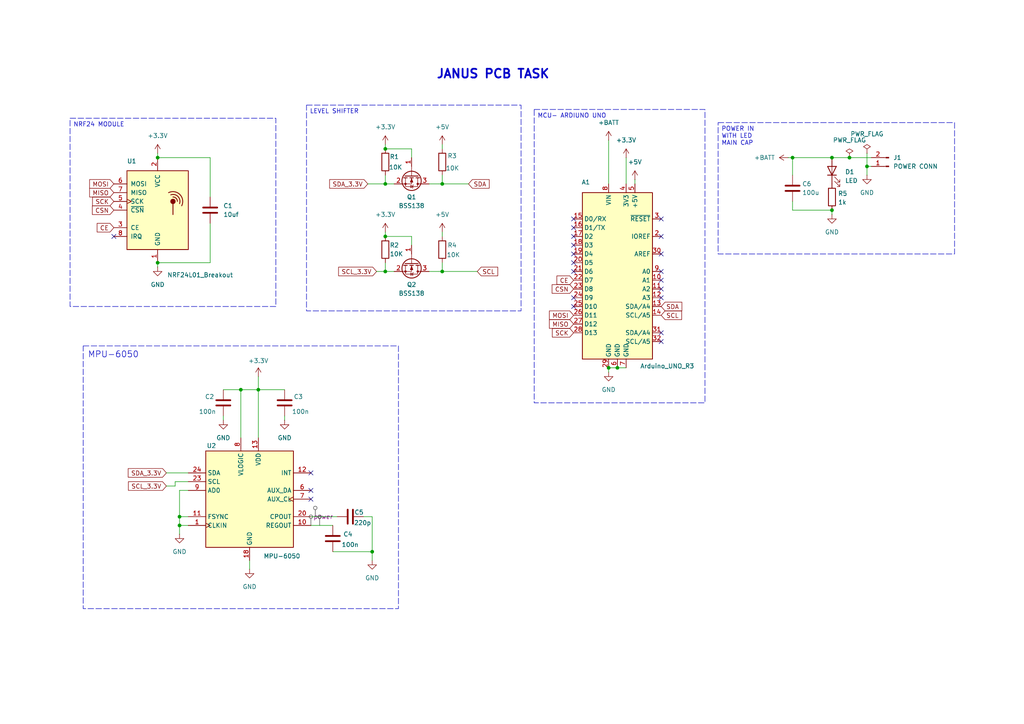
<source format=kicad_sch>
(kicad_sch
	(version 20231120)
	(generator "eeschema")
	(generator_version "8.0")
	(uuid "92137e34-f414-40e2-a0eb-c4219519b404")
	(paper "A4")
	(title_block
		(title "Janus PCB Task ")
		(date "2024-09-05")
		(rev "V1")
		(comment 1 "Understand the Schmatics")
		(comment 2 "All the components are assigned ")
	)
	(lib_symbols
		(symbol "Connector:Conn_01x02_Pin"
			(pin_names
				(offset 1.016) hide)
			(exclude_from_sim no)
			(in_bom yes)
			(on_board yes)
			(property "Reference" "J"
				(at 0 2.54 0)
				(effects
					(font
						(size 1.27 1.27)
					)
				)
			)
			(property "Value" "Conn_01x02_Pin"
				(at 0 -5.08 0)
				(effects
					(font
						(size 1.27 1.27)
					)
				)
			)
			(property "Footprint" ""
				(at 0 0 0)
				(effects
					(font
						(size 1.27 1.27)
					)
					(hide yes)
				)
			)
			(property "Datasheet" "~"
				(at 0 0 0)
				(effects
					(font
						(size 1.27 1.27)
					)
					(hide yes)
				)
			)
			(property "Description" "Generic connector, single row, 01x02, script generated"
				(at 0 0 0)
				(effects
					(font
						(size 1.27 1.27)
					)
					(hide yes)
				)
			)
			(property "ki_locked" ""
				(at 0 0 0)
				(effects
					(font
						(size 1.27 1.27)
					)
				)
			)
			(property "ki_keywords" "connector"
				(at 0 0 0)
				(effects
					(font
						(size 1.27 1.27)
					)
					(hide yes)
				)
			)
			(property "ki_fp_filters" "Connector*:*_1x??_*"
				(at 0 0 0)
				(effects
					(font
						(size 1.27 1.27)
					)
					(hide yes)
				)
			)
			(symbol "Conn_01x02_Pin_1_1"
				(polyline
					(pts
						(xy 1.27 -2.54) (xy 0.8636 -2.54)
					)
					(stroke
						(width 0.1524)
						(type default)
					)
					(fill
						(type none)
					)
				)
				(polyline
					(pts
						(xy 1.27 0) (xy 0.8636 0)
					)
					(stroke
						(width 0.1524)
						(type default)
					)
					(fill
						(type none)
					)
				)
				(rectangle
					(start 0.8636 -2.413)
					(end 0 -2.667)
					(stroke
						(width 0.1524)
						(type default)
					)
					(fill
						(type outline)
					)
				)
				(rectangle
					(start 0.8636 0.127)
					(end 0 -0.127)
					(stroke
						(width 0.1524)
						(type default)
					)
					(fill
						(type outline)
					)
				)
				(pin passive line
					(at 5.08 0 180)
					(length 3.81)
					(name "Pin_1"
						(effects
							(font
								(size 1.27 1.27)
							)
						)
					)
					(number "1"
						(effects
							(font
								(size 1.27 1.27)
							)
						)
					)
				)
				(pin passive line
					(at 5.08 -2.54 180)
					(length 3.81)
					(name "Pin_2"
						(effects
							(font
								(size 1.27 1.27)
							)
						)
					)
					(number "2"
						(effects
							(font
								(size 1.27 1.27)
							)
						)
					)
				)
			)
		)
		(symbol "Device:C"
			(pin_numbers hide)
			(pin_names
				(offset 0.254)
			)
			(exclude_from_sim no)
			(in_bom yes)
			(on_board yes)
			(property "Reference" "C"
				(at 0.635 2.54 0)
				(effects
					(font
						(size 1.27 1.27)
					)
					(justify left)
				)
			)
			(property "Value" "C"
				(at 0.635 -2.54 0)
				(effects
					(font
						(size 1.27 1.27)
					)
					(justify left)
				)
			)
			(property "Footprint" ""
				(at 0.9652 -3.81 0)
				(effects
					(font
						(size 1.27 1.27)
					)
					(hide yes)
				)
			)
			(property "Datasheet" "~"
				(at 0 0 0)
				(effects
					(font
						(size 1.27 1.27)
					)
					(hide yes)
				)
			)
			(property "Description" "Unpolarized capacitor"
				(at 0 0 0)
				(effects
					(font
						(size 1.27 1.27)
					)
					(hide yes)
				)
			)
			(property "ki_keywords" "cap capacitor"
				(at 0 0 0)
				(effects
					(font
						(size 1.27 1.27)
					)
					(hide yes)
				)
			)
			(property "ki_fp_filters" "C_*"
				(at 0 0 0)
				(effects
					(font
						(size 1.27 1.27)
					)
					(hide yes)
				)
			)
			(symbol "C_0_1"
				(polyline
					(pts
						(xy -2.032 -0.762) (xy 2.032 -0.762)
					)
					(stroke
						(width 0.508)
						(type default)
					)
					(fill
						(type none)
					)
				)
				(polyline
					(pts
						(xy -2.032 0.762) (xy 2.032 0.762)
					)
					(stroke
						(width 0.508)
						(type default)
					)
					(fill
						(type none)
					)
				)
			)
			(symbol "C_1_1"
				(pin passive line
					(at 0 3.81 270)
					(length 2.794)
					(name "~"
						(effects
							(font
								(size 1.27 1.27)
							)
						)
					)
					(number "1"
						(effects
							(font
								(size 1.27 1.27)
							)
						)
					)
				)
				(pin passive line
					(at 0 -3.81 90)
					(length 2.794)
					(name "~"
						(effects
							(font
								(size 1.27 1.27)
							)
						)
					)
					(number "2"
						(effects
							(font
								(size 1.27 1.27)
							)
						)
					)
				)
			)
		)
		(symbol "Device:LED"
			(pin_numbers hide)
			(pin_names
				(offset 1.016) hide)
			(exclude_from_sim no)
			(in_bom yes)
			(on_board yes)
			(property "Reference" "D"
				(at 0 2.54 0)
				(effects
					(font
						(size 1.27 1.27)
					)
				)
			)
			(property "Value" "LED"
				(at 0 -2.54 0)
				(effects
					(font
						(size 1.27 1.27)
					)
				)
			)
			(property "Footprint" ""
				(at 0 0 0)
				(effects
					(font
						(size 1.27 1.27)
					)
					(hide yes)
				)
			)
			(property "Datasheet" "~"
				(at 0 0 0)
				(effects
					(font
						(size 1.27 1.27)
					)
					(hide yes)
				)
			)
			(property "Description" "Light emitting diode"
				(at 0 0 0)
				(effects
					(font
						(size 1.27 1.27)
					)
					(hide yes)
				)
			)
			(property "ki_keywords" "LED diode"
				(at 0 0 0)
				(effects
					(font
						(size 1.27 1.27)
					)
					(hide yes)
				)
			)
			(property "ki_fp_filters" "LED* LED_SMD:* LED_THT:*"
				(at 0 0 0)
				(effects
					(font
						(size 1.27 1.27)
					)
					(hide yes)
				)
			)
			(symbol "LED_0_1"
				(polyline
					(pts
						(xy -1.27 -1.27) (xy -1.27 1.27)
					)
					(stroke
						(width 0.254)
						(type default)
					)
					(fill
						(type none)
					)
				)
				(polyline
					(pts
						(xy -1.27 0) (xy 1.27 0)
					)
					(stroke
						(width 0)
						(type default)
					)
					(fill
						(type none)
					)
				)
				(polyline
					(pts
						(xy 1.27 -1.27) (xy 1.27 1.27) (xy -1.27 0) (xy 1.27 -1.27)
					)
					(stroke
						(width 0.254)
						(type default)
					)
					(fill
						(type none)
					)
				)
				(polyline
					(pts
						(xy -3.048 -0.762) (xy -4.572 -2.286) (xy -3.81 -2.286) (xy -4.572 -2.286) (xy -4.572 -1.524)
					)
					(stroke
						(width 0)
						(type default)
					)
					(fill
						(type none)
					)
				)
				(polyline
					(pts
						(xy -1.778 -0.762) (xy -3.302 -2.286) (xy -2.54 -2.286) (xy -3.302 -2.286) (xy -3.302 -1.524)
					)
					(stroke
						(width 0)
						(type default)
					)
					(fill
						(type none)
					)
				)
			)
			(symbol "LED_1_1"
				(pin passive line
					(at -3.81 0 0)
					(length 2.54)
					(name "K"
						(effects
							(font
								(size 1.27 1.27)
							)
						)
					)
					(number "1"
						(effects
							(font
								(size 1.27 1.27)
							)
						)
					)
				)
				(pin passive line
					(at 3.81 0 180)
					(length 2.54)
					(name "A"
						(effects
							(font
								(size 1.27 1.27)
							)
						)
					)
					(number "2"
						(effects
							(font
								(size 1.27 1.27)
							)
						)
					)
				)
			)
		)
		(symbol "Device:R"
			(pin_numbers hide)
			(pin_names
				(offset 0)
			)
			(exclude_from_sim no)
			(in_bom yes)
			(on_board yes)
			(property "Reference" "R"
				(at 2.032 0 90)
				(effects
					(font
						(size 1.27 1.27)
					)
				)
			)
			(property "Value" "R"
				(at 0 0 90)
				(effects
					(font
						(size 1.27 1.27)
					)
				)
			)
			(property "Footprint" ""
				(at -1.778 0 90)
				(effects
					(font
						(size 1.27 1.27)
					)
					(hide yes)
				)
			)
			(property "Datasheet" "~"
				(at 0 0 0)
				(effects
					(font
						(size 1.27 1.27)
					)
					(hide yes)
				)
			)
			(property "Description" "Resistor"
				(at 0 0 0)
				(effects
					(font
						(size 1.27 1.27)
					)
					(hide yes)
				)
			)
			(property "ki_keywords" "R res resistor"
				(at 0 0 0)
				(effects
					(font
						(size 1.27 1.27)
					)
					(hide yes)
				)
			)
			(property "ki_fp_filters" "R_*"
				(at 0 0 0)
				(effects
					(font
						(size 1.27 1.27)
					)
					(hide yes)
				)
			)
			(symbol "R_0_1"
				(rectangle
					(start -1.016 -2.54)
					(end 1.016 2.54)
					(stroke
						(width 0.254)
						(type default)
					)
					(fill
						(type none)
					)
				)
			)
			(symbol "R_1_1"
				(pin passive line
					(at 0 3.81 270)
					(length 1.27)
					(name "~"
						(effects
							(font
								(size 1.27 1.27)
							)
						)
					)
					(number "1"
						(effects
							(font
								(size 1.27 1.27)
							)
						)
					)
				)
				(pin passive line
					(at 0 -3.81 90)
					(length 1.27)
					(name "~"
						(effects
							(font
								(size 1.27 1.27)
							)
						)
					)
					(number "2"
						(effects
							(font
								(size 1.27 1.27)
							)
						)
					)
				)
			)
		)
		(symbol "MCU_Module:Arduino_UNO_R3"
			(exclude_from_sim no)
			(in_bom yes)
			(on_board yes)
			(property "Reference" "A"
				(at -10.16 23.495 0)
				(effects
					(font
						(size 1.27 1.27)
					)
					(justify left bottom)
				)
			)
			(property "Value" "Arduino_UNO_R3"
				(at 5.08 -26.67 0)
				(effects
					(font
						(size 1.27 1.27)
					)
					(justify left top)
				)
			)
			(property "Footprint" "Module:Arduino_UNO_R3"
				(at 0 0 0)
				(effects
					(font
						(size 1.27 1.27)
						(italic yes)
					)
					(hide yes)
				)
			)
			(property "Datasheet" "https://www.arduino.cc/en/Main/arduinoBoardUno"
				(at 0 0 0)
				(effects
					(font
						(size 1.27 1.27)
					)
					(hide yes)
				)
			)
			(property "Description" "Arduino UNO Microcontroller Module, release 3"
				(at 0 0 0)
				(effects
					(font
						(size 1.27 1.27)
					)
					(hide yes)
				)
			)
			(property "ki_keywords" "Arduino UNO R3 Microcontroller Module Atmel AVR USB"
				(at 0 0 0)
				(effects
					(font
						(size 1.27 1.27)
					)
					(hide yes)
				)
			)
			(property "ki_fp_filters" "Arduino*UNO*R3*"
				(at 0 0 0)
				(effects
					(font
						(size 1.27 1.27)
					)
					(hide yes)
				)
			)
			(symbol "Arduino_UNO_R3_0_1"
				(rectangle
					(start -10.16 22.86)
					(end 10.16 -25.4)
					(stroke
						(width 0.254)
						(type default)
					)
					(fill
						(type background)
					)
				)
			)
			(symbol "Arduino_UNO_R3_1_1"
				(pin no_connect line
					(at -10.16 -20.32 0)
					(length 2.54) hide
					(name "NC"
						(effects
							(font
								(size 1.27 1.27)
							)
						)
					)
					(number "1"
						(effects
							(font
								(size 1.27 1.27)
							)
						)
					)
				)
				(pin bidirectional line
					(at 12.7 -2.54 180)
					(length 2.54)
					(name "A1"
						(effects
							(font
								(size 1.27 1.27)
							)
						)
					)
					(number "10"
						(effects
							(font
								(size 1.27 1.27)
							)
						)
					)
				)
				(pin bidirectional line
					(at 12.7 -5.08 180)
					(length 2.54)
					(name "A2"
						(effects
							(font
								(size 1.27 1.27)
							)
						)
					)
					(number "11"
						(effects
							(font
								(size 1.27 1.27)
							)
						)
					)
				)
				(pin bidirectional line
					(at 12.7 -7.62 180)
					(length 2.54)
					(name "A3"
						(effects
							(font
								(size 1.27 1.27)
							)
						)
					)
					(number "12"
						(effects
							(font
								(size 1.27 1.27)
							)
						)
					)
				)
				(pin bidirectional line
					(at 12.7 -10.16 180)
					(length 2.54)
					(name "SDA/A4"
						(effects
							(font
								(size 1.27 1.27)
							)
						)
					)
					(number "13"
						(effects
							(font
								(size 1.27 1.27)
							)
						)
					)
				)
				(pin bidirectional line
					(at 12.7 -12.7 180)
					(length 2.54)
					(name "SCL/A5"
						(effects
							(font
								(size 1.27 1.27)
							)
						)
					)
					(number "14"
						(effects
							(font
								(size 1.27 1.27)
							)
						)
					)
				)
				(pin bidirectional line
					(at -12.7 15.24 0)
					(length 2.54)
					(name "D0/RX"
						(effects
							(font
								(size 1.27 1.27)
							)
						)
					)
					(number "15"
						(effects
							(font
								(size 1.27 1.27)
							)
						)
					)
				)
				(pin bidirectional line
					(at -12.7 12.7 0)
					(length 2.54)
					(name "D1/TX"
						(effects
							(font
								(size 1.27 1.27)
							)
						)
					)
					(number "16"
						(effects
							(font
								(size 1.27 1.27)
							)
						)
					)
				)
				(pin bidirectional line
					(at -12.7 10.16 0)
					(length 2.54)
					(name "D2"
						(effects
							(font
								(size 1.27 1.27)
							)
						)
					)
					(number "17"
						(effects
							(font
								(size 1.27 1.27)
							)
						)
					)
				)
				(pin bidirectional line
					(at -12.7 7.62 0)
					(length 2.54)
					(name "D3"
						(effects
							(font
								(size 1.27 1.27)
							)
						)
					)
					(number "18"
						(effects
							(font
								(size 1.27 1.27)
							)
						)
					)
				)
				(pin bidirectional line
					(at -12.7 5.08 0)
					(length 2.54)
					(name "D4"
						(effects
							(font
								(size 1.27 1.27)
							)
						)
					)
					(number "19"
						(effects
							(font
								(size 1.27 1.27)
							)
						)
					)
				)
				(pin output line
					(at 12.7 10.16 180)
					(length 2.54)
					(name "IOREF"
						(effects
							(font
								(size 1.27 1.27)
							)
						)
					)
					(number "2"
						(effects
							(font
								(size 1.27 1.27)
							)
						)
					)
				)
				(pin bidirectional line
					(at -12.7 2.54 0)
					(length 2.54)
					(name "D5"
						(effects
							(font
								(size 1.27 1.27)
							)
						)
					)
					(number "20"
						(effects
							(font
								(size 1.27 1.27)
							)
						)
					)
				)
				(pin bidirectional line
					(at -12.7 0 0)
					(length 2.54)
					(name "D6"
						(effects
							(font
								(size 1.27 1.27)
							)
						)
					)
					(number "21"
						(effects
							(font
								(size 1.27 1.27)
							)
						)
					)
				)
				(pin bidirectional line
					(at -12.7 -2.54 0)
					(length 2.54)
					(name "D7"
						(effects
							(font
								(size 1.27 1.27)
							)
						)
					)
					(number "22"
						(effects
							(font
								(size 1.27 1.27)
							)
						)
					)
				)
				(pin bidirectional line
					(at -12.7 -5.08 0)
					(length 2.54)
					(name "D8"
						(effects
							(font
								(size 1.27 1.27)
							)
						)
					)
					(number "23"
						(effects
							(font
								(size 1.27 1.27)
							)
						)
					)
				)
				(pin bidirectional line
					(at -12.7 -7.62 0)
					(length 2.54)
					(name "D9"
						(effects
							(font
								(size 1.27 1.27)
							)
						)
					)
					(number "24"
						(effects
							(font
								(size 1.27 1.27)
							)
						)
					)
				)
				(pin bidirectional line
					(at -12.7 -10.16 0)
					(length 2.54)
					(name "D10"
						(effects
							(font
								(size 1.27 1.27)
							)
						)
					)
					(number "25"
						(effects
							(font
								(size 1.27 1.27)
							)
						)
					)
				)
				(pin bidirectional line
					(at -12.7 -12.7 0)
					(length 2.54)
					(name "D11"
						(effects
							(font
								(size 1.27 1.27)
							)
						)
					)
					(number "26"
						(effects
							(font
								(size 1.27 1.27)
							)
						)
					)
				)
				(pin bidirectional line
					(at -12.7 -15.24 0)
					(length 2.54)
					(name "D12"
						(effects
							(font
								(size 1.27 1.27)
							)
						)
					)
					(number "27"
						(effects
							(font
								(size 1.27 1.27)
							)
						)
					)
				)
				(pin bidirectional line
					(at -12.7 -17.78 0)
					(length 2.54)
					(name "D13"
						(effects
							(font
								(size 1.27 1.27)
							)
						)
					)
					(number "28"
						(effects
							(font
								(size 1.27 1.27)
							)
						)
					)
				)
				(pin power_in line
					(at -2.54 -27.94 90)
					(length 2.54)
					(name "GND"
						(effects
							(font
								(size 1.27 1.27)
							)
						)
					)
					(number "29"
						(effects
							(font
								(size 1.27 1.27)
							)
						)
					)
				)
				(pin input line
					(at 12.7 15.24 180)
					(length 2.54)
					(name "~{RESET}"
						(effects
							(font
								(size 1.27 1.27)
							)
						)
					)
					(number "3"
						(effects
							(font
								(size 1.27 1.27)
							)
						)
					)
				)
				(pin input line
					(at 12.7 5.08 180)
					(length 2.54)
					(name "AREF"
						(effects
							(font
								(size 1.27 1.27)
							)
						)
					)
					(number "30"
						(effects
							(font
								(size 1.27 1.27)
							)
						)
					)
				)
				(pin bidirectional line
					(at 12.7 -17.78 180)
					(length 2.54)
					(name "SDA/A4"
						(effects
							(font
								(size 1.27 1.27)
							)
						)
					)
					(number "31"
						(effects
							(font
								(size 1.27 1.27)
							)
						)
					)
				)
				(pin bidirectional line
					(at 12.7 -20.32 180)
					(length 2.54)
					(name "SCL/A5"
						(effects
							(font
								(size 1.27 1.27)
							)
						)
					)
					(number "32"
						(effects
							(font
								(size 1.27 1.27)
							)
						)
					)
				)
				(pin power_out line
					(at 2.54 25.4 270)
					(length 2.54)
					(name "3V3"
						(effects
							(font
								(size 1.27 1.27)
							)
						)
					)
					(number "4"
						(effects
							(font
								(size 1.27 1.27)
							)
						)
					)
				)
				(pin power_out line
					(at 5.08 25.4 270)
					(length 2.54)
					(name "+5V"
						(effects
							(font
								(size 1.27 1.27)
							)
						)
					)
					(number "5"
						(effects
							(font
								(size 1.27 1.27)
							)
						)
					)
				)
				(pin power_in line
					(at 0 -27.94 90)
					(length 2.54)
					(name "GND"
						(effects
							(font
								(size 1.27 1.27)
							)
						)
					)
					(number "6"
						(effects
							(font
								(size 1.27 1.27)
							)
						)
					)
				)
				(pin power_in line
					(at 2.54 -27.94 90)
					(length 2.54)
					(name "GND"
						(effects
							(font
								(size 1.27 1.27)
							)
						)
					)
					(number "7"
						(effects
							(font
								(size 1.27 1.27)
							)
						)
					)
				)
				(pin power_in line
					(at -2.54 25.4 270)
					(length 2.54)
					(name "VIN"
						(effects
							(font
								(size 1.27 1.27)
							)
						)
					)
					(number "8"
						(effects
							(font
								(size 1.27 1.27)
							)
						)
					)
				)
				(pin bidirectional line
					(at 12.7 0 180)
					(length 2.54)
					(name "A0"
						(effects
							(font
								(size 1.27 1.27)
							)
						)
					)
					(number "9"
						(effects
							(font
								(size 1.27 1.27)
							)
						)
					)
				)
			)
		)
		(symbol "RF:NRF24L01_Breakout"
			(pin_names
				(offset 1.016)
			)
			(exclude_from_sim no)
			(in_bom yes)
			(on_board yes)
			(property "Reference" "U"
				(at -8.89 12.7 0)
				(effects
					(font
						(size 1.27 1.27)
					)
					(justify left)
				)
			)
			(property "Value" "NRF24L01_Breakout"
				(at 3.81 12.7 0)
				(effects
					(font
						(size 1.27 1.27)
					)
					(justify left)
				)
			)
			(property "Footprint" "RF_Module:nRF24L01_Breakout"
				(at 3.81 15.24 0)
				(effects
					(font
						(size 1.27 1.27)
						(italic yes)
					)
					(justify left)
					(hide yes)
				)
			)
			(property "Datasheet" "http://www.nordicsemi.com/eng/content/download/2730/34105/file/nRF24L01_Product_Specification_v2_0.pdf"
				(at 0 -2.54 0)
				(effects
					(font
						(size 1.27 1.27)
					)
					(hide yes)
				)
			)
			(property "Description" "Ultra low power 2.4GHz RF Transceiver, Carrier PCB"
				(at 0 0 0)
				(effects
					(font
						(size 1.27 1.27)
					)
					(hide yes)
				)
			)
			(property "ki_keywords" "Low Power RF Transceiver breakout carrier"
				(at 0 0 0)
				(effects
					(font
						(size 1.27 1.27)
					)
					(hide yes)
				)
			)
			(property "ki_fp_filters" "nRF24L01*Breakout*"
				(at 0 0 0)
				(effects
					(font
						(size 1.27 1.27)
					)
					(hide yes)
				)
			)
			(symbol "NRF24L01_Breakout_0_1"
				(rectangle
					(start -8.89 11.43)
					(end 8.89 -11.43)
					(stroke
						(width 0.254)
						(type default)
					)
					(fill
						(type background)
					)
				)
				(polyline
					(pts
						(xy 4.445 1.905) (xy 4.445 -1.27)
					)
					(stroke
						(width 0.254)
						(type default)
					)
					(fill
						(type none)
					)
				)
				(circle
					(center 4.445 2.54)
					(radius 0.635)
					(stroke
						(width 0.254)
						(type default)
					)
					(fill
						(type outline)
					)
				)
				(arc
					(start 5.715 2.54)
					(mid 5.3521 3.4546)
					(end 4.445 3.81)
					(stroke
						(width 0.254)
						(type default)
					)
					(fill
						(type none)
					)
				)
				(arc
					(start 6.35 1.905)
					(mid 5.8763 3.9854)
					(end 3.81 4.445)
					(stroke
						(width 0.254)
						(type default)
					)
					(fill
						(type none)
					)
				)
				(arc
					(start 6.985 1.27)
					(mid 6.453 4.548)
					(end 3.175 5.08)
					(stroke
						(width 0.254)
						(type default)
					)
					(fill
						(type none)
					)
				)
			)
			(symbol "NRF24L01_Breakout_1_1"
				(pin power_in line
					(at 0 -15.24 90)
					(length 3.81)
					(name "GND"
						(effects
							(font
								(size 1.27 1.27)
							)
						)
					)
					(number "1"
						(effects
							(font
								(size 1.27 1.27)
							)
						)
					)
				)
				(pin power_in line
					(at 0 15.24 270)
					(length 3.81)
					(name "VCC"
						(effects
							(font
								(size 1.27 1.27)
							)
						)
					)
					(number "2"
						(effects
							(font
								(size 1.27 1.27)
							)
						)
					)
				)
				(pin input line
					(at -12.7 -5.08 0)
					(length 3.81)
					(name "CE"
						(effects
							(font
								(size 1.27 1.27)
							)
						)
					)
					(number "3"
						(effects
							(font
								(size 1.27 1.27)
							)
						)
					)
				)
				(pin input line
					(at -12.7 0 0)
					(length 3.81)
					(name "~{CSN}"
						(effects
							(font
								(size 1.27 1.27)
							)
						)
					)
					(number "4"
						(effects
							(font
								(size 1.27 1.27)
							)
						)
					)
				)
				(pin input clock
					(at -12.7 2.54 0)
					(length 3.81)
					(name "SCK"
						(effects
							(font
								(size 1.27 1.27)
							)
						)
					)
					(number "5"
						(effects
							(font
								(size 1.27 1.27)
							)
						)
					)
				)
				(pin input line
					(at -12.7 7.62 0)
					(length 3.81)
					(name "MOSI"
						(effects
							(font
								(size 1.27 1.27)
							)
						)
					)
					(number "6"
						(effects
							(font
								(size 1.27 1.27)
							)
						)
					)
				)
				(pin output line
					(at -12.7 5.08 0)
					(length 3.81)
					(name "MISO"
						(effects
							(font
								(size 1.27 1.27)
							)
						)
					)
					(number "7"
						(effects
							(font
								(size 1.27 1.27)
							)
						)
					)
				)
				(pin output line
					(at -12.7 -7.62 0)
					(length 3.81)
					(name "IRQ"
						(effects
							(font
								(size 1.27 1.27)
							)
						)
					)
					(number "8"
						(effects
							(font
								(size 1.27 1.27)
							)
						)
					)
				)
			)
		)
		(symbol "Sensor_Motion:MPU-6050"
			(exclude_from_sim no)
			(in_bom yes)
			(on_board yes)
			(property "Reference" "U"
				(at -11.43 13.97 0)
				(effects
					(font
						(size 1.27 1.27)
					)
				)
			)
			(property "Value" "MPU-6050"
				(at 7.62 -15.24 0)
				(effects
					(font
						(size 1.27 1.27)
					)
				)
			)
			(property "Footprint" "Sensor_Motion:InvenSense_QFN-24_4x4mm_P0.5mm"
				(at 0 -20.32 0)
				(effects
					(font
						(size 1.27 1.27)
					)
					(hide yes)
				)
			)
			(property "Datasheet" "https://invensense.tdk.com/wp-content/uploads/2015/02/MPU-6000-Datasheet1.pdf"
				(at 0 -3.81 0)
				(effects
					(font
						(size 1.27 1.27)
					)
					(hide yes)
				)
			)
			(property "Description" "InvenSense 6-Axis Motion Sensor, Gyroscope, Accelerometer, I2C"
				(at 0 0 0)
				(effects
					(font
						(size 1.27 1.27)
					)
					(hide yes)
				)
			)
			(property "ki_keywords" "mems"
				(at 0 0 0)
				(effects
					(font
						(size 1.27 1.27)
					)
					(hide yes)
				)
			)
			(property "ki_fp_filters" "*QFN*4x4mm*P0.5mm*"
				(at 0 0 0)
				(effects
					(font
						(size 1.27 1.27)
					)
					(hide yes)
				)
			)
			(symbol "MPU-6050_0_0"
				(text ""
					(at 12.7 -2.54 0)
					(effects
						(font
							(size 1.27 1.27)
						)
					)
				)
			)
			(symbol "MPU-6050_0_1"
				(rectangle
					(start -12.7 13.97)
					(end 12.7 -13.97)
					(stroke
						(width 0.254)
						(type default)
					)
					(fill
						(type background)
					)
				)
			)
			(symbol "MPU-6050_1_1"
				(pin input clock
					(at -17.78 -7.62 0)
					(length 5.08)
					(name "CLKIN"
						(effects
							(font
								(size 1.27 1.27)
							)
						)
					)
					(number "1"
						(effects
							(font
								(size 1.27 1.27)
							)
						)
					)
				)
				(pin passive line
					(at 17.78 -7.62 180)
					(length 5.08)
					(name "REGOUT"
						(effects
							(font
								(size 1.27 1.27)
							)
						)
					)
					(number "10"
						(effects
							(font
								(size 1.27 1.27)
							)
						)
					)
				)
				(pin input line
					(at -17.78 -5.08 0)
					(length 5.08)
					(name "FSYNC"
						(effects
							(font
								(size 1.27 1.27)
							)
						)
					)
					(number "11"
						(effects
							(font
								(size 1.27 1.27)
							)
						)
					)
				)
				(pin output line
					(at 17.78 7.62 180)
					(length 5.08)
					(name "INT"
						(effects
							(font
								(size 1.27 1.27)
							)
						)
					)
					(number "12"
						(effects
							(font
								(size 1.27 1.27)
							)
						)
					)
				)
				(pin power_in line
					(at 2.54 17.78 270)
					(length 3.81)
					(name "VDD"
						(effects
							(font
								(size 1.27 1.27)
							)
						)
					)
					(number "13"
						(effects
							(font
								(size 1.27 1.27)
							)
						)
					)
				)
				(pin no_connect line
					(at -12.7 -10.16 0)
					(length 2.54) hide
					(name "NC"
						(effects
							(font
								(size 1.27 1.27)
							)
						)
					)
					(number "14"
						(effects
							(font
								(size 1.27 1.27)
							)
						)
					)
				)
				(pin no_connect line
					(at 12.7 12.7 180)
					(length 2.54) hide
					(name "NC"
						(effects
							(font
								(size 1.27 1.27)
							)
						)
					)
					(number "15"
						(effects
							(font
								(size 1.27 1.27)
							)
						)
					)
				)
				(pin no_connect line
					(at 12.7 10.16 180)
					(length 2.54) hide
					(name "NC"
						(effects
							(font
								(size 1.27 1.27)
							)
						)
					)
					(number "16"
						(effects
							(font
								(size 1.27 1.27)
							)
						)
					)
				)
				(pin no_connect line
					(at 12.7 5.08 180)
					(length 2.54) hide
					(name "NC"
						(effects
							(font
								(size 1.27 1.27)
							)
						)
					)
					(number "17"
						(effects
							(font
								(size 1.27 1.27)
							)
						)
					)
				)
				(pin power_in line
					(at 0 -17.78 90)
					(length 3.81)
					(name "GND"
						(effects
							(font
								(size 1.27 1.27)
							)
						)
					)
					(number "18"
						(effects
							(font
								(size 1.27 1.27)
							)
						)
					)
				)
				(pin no_connect line
					(at 12.7 -10.16 180)
					(length 2.54) hide
					(name "RESV"
						(effects
							(font
								(size 1.27 1.27)
							)
						)
					)
					(number "19"
						(effects
							(font
								(size 1.27 1.27)
							)
						)
					)
				)
				(pin no_connect line
					(at -12.7 12.7 0)
					(length 2.54) hide
					(name "NC"
						(effects
							(font
								(size 1.27 1.27)
							)
						)
					)
					(number "2"
						(effects
							(font
								(size 1.27 1.27)
							)
						)
					)
				)
				(pin passive line
					(at 17.78 -5.08 180)
					(length 5.08)
					(name "CPOUT"
						(effects
							(font
								(size 1.27 1.27)
							)
						)
					)
					(number "20"
						(effects
							(font
								(size 1.27 1.27)
							)
						)
					)
				)
				(pin no_connect line
					(at 12.7 -2.54 180)
					(length 2.54) hide
					(name "RESV"
						(effects
							(font
								(size 1.27 1.27)
							)
						)
					)
					(number "21"
						(effects
							(font
								(size 1.27 1.27)
							)
						)
					)
				)
				(pin no_connect line
					(at 12.7 -12.7 180)
					(length 2.54) hide
					(name "RESV"
						(effects
							(font
								(size 1.27 1.27)
							)
						)
					)
					(number "22"
						(effects
							(font
								(size 1.27 1.27)
							)
						)
					)
				)
				(pin input line
					(at -17.78 5.08 0)
					(length 5.08)
					(name "SCL"
						(effects
							(font
								(size 1.27 1.27)
							)
						)
					)
					(number "23"
						(effects
							(font
								(size 1.27 1.27)
							)
						)
					)
				)
				(pin bidirectional line
					(at -17.78 7.62 0)
					(length 5.08)
					(name "SDA"
						(effects
							(font
								(size 1.27 1.27)
							)
						)
					)
					(number "24"
						(effects
							(font
								(size 1.27 1.27)
							)
						)
					)
				)
				(pin no_connect line
					(at -12.7 10.16 0)
					(length 2.54) hide
					(name "NC"
						(effects
							(font
								(size 1.27 1.27)
							)
						)
					)
					(number "3"
						(effects
							(font
								(size 1.27 1.27)
							)
						)
					)
				)
				(pin no_connect line
					(at -12.7 0 0)
					(length 2.54) hide
					(name "NC"
						(effects
							(font
								(size 1.27 1.27)
							)
						)
					)
					(number "4"
						(effects
							(font
								(size 1.27 1.27)
							)
						)
					)
				)
				(pin no_connect line
					(at -12.7 -2.54 0)
					(length 2.54) hide
					(name "NC"
						(effects
							(font
								(size 1.27 1.27)
							)
						)
					)
					(number "5"
						(effects
							(font
								(size 1.27 1.27)
							)
						)
					)
				)
				(pin bidirectional line
					(at 17.78 2.54 180)
					(length 5.08)
					(name "AUX_DA"
						(effects
							(font
								(size 1.27 1.27)
							)
						)
					)
					(number "6"
						(effects
							(font
								(size 1.27 1.27)
							)
						)
					)
				)
				(pin output clock
					(at 17.78 0 180)
					(length 5.08)
					(name "AUX_CL"
						(effects
							(font
								(size 1.27 1.27)
							)
						)
					)
					(number "7"
						(effects
							(font
								(size 1.27 1.27)
							)
						)
					)
				)
				(pin power_in line
					(at -2.54 17.78 270)
					(length 3.81)
					(name "VLOGIC"
						(effects
							(font
								(size 1.27 1.27)
							)
						)
					)
					(number "8"
						(effects
							(font
								(size 1.27 1.27)
							)
						)
					)
				)
				(pin input line
					(at -17.78 2.54 0)
					(length 5.08)
					(name "AD0"
						(effects
							(font
								(size 1.27 1.27)
							)
						)
					)
					(number "9"
						(effects
							(font
								(size 1.27 1.27)
							)
						)
					)
				)
			)
		)
		(symbol "Transistor_FET:BSS138"
			(pin_names hide)
			(exclude_from_sim no)
			(in_bom yes)
			(on_board yes)
			(property "Reference" "Q"
				(at 5.08 1.905 0)
				(effects
					(font
						(size 1.27 1.27)
					)
					(justify left)
				)
			)
			(property "Value" "BSS138"
				(at 5.08 0 0)
				(effects
					(font
						(size 1.27 1.27)
					)
					(justify left)
				)
			)
			(property "Footprint" "Package_TO_SOT_SMD:SOT-23"
				(at 5.08 -1.905 0)
				(effects
					(font
						(size 1.27 1.27)
						(italic yes)
					)
					(justify left)
					(hide yes)
				)
			)
			(property "Datasheet" "https://www.onsemi.com/pub/Collateral/BSS138-D.PDF"
				(at 5.08 -3.81 0)
				(effects
					(font
						(size 1.27 1.27)
					)
					(justify left)
					(hide yes)
				)
			)
			(property "Description" "50V Vds, 0.22A Id, N-Channel MOSFET, SOT-23"
				(at 0 0 0)
				(effects
					(font
						(size 1.27 1.27)
					)
					(hide yes)
				)
			)
			(property "ki_keywords" "N-Channel MOSFET"
				(at 0 0 0)
				(effects
					(font
						(size 1.27 1.27)
					)
					(hide yes)
				)
			)
			(property "ki_fp_filters" "SOT?23*"
				(at 0 0 0)
				(effects
					(font
						(size 1.27 1.27)
					)
					(hide yes)
				)
			)
			(symbol "BSS138_0_1"
				(polyline
					(pts
						(xy 0.254 0) (xy -2.54 0)
					)
					(stroke
						(width 0)
						(type default)
					)
					(fill
						(type none)
					)
				)
				(polyline
					(pts
						(xy 0.254 1.905) (xy 0.254 -1.905)
					)
					(stroke
						(width 0.254)
						(type default)
					)
					(fill
						(type none)
					)
				)
				(polyline
					(pts
						(xy 0.762 -1.27) (xy 0.762 -2.286)
					)
					(stroke
						(width 0.254)
						(type default)
					)
					(fill
						(type none)
					)
				)
				(polyline
					(pts
						(xy 0.762 0.508) (xy 0.762 -0.508)
					)
					(stroke
						(width 0.254)
						(type default)
					)
					(fill
						(type none)
					)
				)
				(polyline
					(pts
						(xy 0.762 2.286) (xy 0.762 1.27)
					)
					(stroke
						(width 0.254)
						(type default)
					)
					(fill
						(type none)
					)
				)
				(polyline
					(pts
						(xy 2.54 2.54) (xy 2.54 1.778)
					)
					(stroke
						(width 0)
						(type default)
					)
					(fill
						(type none)
					)
				)
				(polyline
					(pts
						(xy 2.54 -2.54) (xy 2.54 0) (xy 0.762 0)
					)
					(stroke
						(width 0)
						(type default)
					)
					(fill
						(type none)
					)
				)
				(polyline
					(pts
						(xy 0.762 -1.778) (xy 3.302 -1.778) (xy 3.302 1.778) (xy 0.762 1.778)
					)
					(stroke
						(width 0)
						(type default)
					)
					(fill
						(type none)
					)
				)
				(polyline
					(pts
						(xy 1.016 0) (xy 2.032 0.381) (xy 2.032 -0.381) (xy 1.016 0)
					)
					(stroke
						(width 0)
						(type default)
					)
					(fill
						(type outline)
					)
				)
				(polyline
					(pts
						(xy 2.794 0.508) (xy 2.921 0.381) (xy 3.683 0.381) (xy 3.81 0.254)
					)
					(stroke
						(width 0)
						(type default)
					)
					(fill
						(type none)
					)
				)
				(polyline
					(pts
						(xy 3.302 0.381) (xy 2.921 -0.254) (xy 3.683 -0.254) (xy 3.302 0.381)
					)
					(stroke
						(width 0)
						(type default)
					)
					(fill
						(type none)
					)
				)
				(circle
					(center 1.651 0)
					(radius 2.794)
					(stroke
						(width 0.254)
						(type default)
					)
					(fill
						(type none)
					)
				)
				(circle
					(center 2.54 -1.778)
					(radius 0.254)
					(stroke
						(width 0)
						(type default)
					)
					(fill
						(type outline)
					)
				)
				(circle
					(center 2.54 1.778)
					(radius 0.254)
					(stroke
						(width 0)
						(type default)
					)
					(fill
						(type outline)
					)
				)
			)
			(symbol "BSS138_1_1"
				(pin input line
					(at -5.08 0 0)
					(length 2.54)
					(name "G"
						(effects
							(font
								(size 1.27 1.27)
							)
						)
					)
					(number "1"
						(effects
							(font
								(size 1.27 1.27)
							)
						)
					)
				)
				(pin passive line
					(at 2.54 -5.08 90)
					(length 2.54)
					(name "S"
						(effects
							(font
								(size 1.27 1.27)
							)
						)
					)
					(number "2"
						(effects
							(font
								(size 1.27 1.27)
							)
						)
					)
				)
				(pin passive line
					(at 2.54 5.08 270)
					(length 2.54)
					(name "D"
						(effects
							(font
								(size 1.27 1.27)
							)
						)
					)
					(number "3"
						(effects
							(font
								(size 1.27 1.27)
							)
						)
					)
				)
			)
		)
		(symbol "power:+3.3V"
			(power)
			(pin_numbers hide)
			(pin_names
				(offset 0) hide)
			(exclude_from_sim no)
			(in_bom yes)
			(on_board yes)
			(property "Reference" "#PWR"
				(at 0 -3.81 0)
				(effects
					(font
						(size 1.27 1.27)
					)
					(hide yes)
				)
			)
			(property "Value" "+3.3V"
				(at 0 3.556 0)
				(effects
					(font
						(size 1.27 1.27)
					)
				)
			)
			(property "Footprint" ""
				(at 0 0 0)
				(effects
					(font
						(size 1.27 1.27)
					)
					(hide yes)
				)
			)
			(property "Datasheet" ""
				(at 0 0 0)
				(effects
					(font
						(size 1.27 1.27)
					)
					(hide yes)
				)
			)
			(property "Description" "Power symbol creates a global label with name \"+3.3V\""
				(at 0 0 0)
				(effects
					(font
						(size 1.27 1.27)
					)
					(hide yes)
				)
			)
			(property "ki_keywords" "global power"
				(at 0 0 0)
				(effects
					(font
						(size 1.27 1.27)
					)
					(hide yes)
				)
			)
			(symbol "+3.3V_0_1"
				(polyline
					(pts
						(xy -0.762 1.27) (xy 0 2.54)
					)
					(stroke
						(width 0)
						(type default)
					)
					(fill
						(type none)
					)
				)
				(polyline
					(pts
						(xy 0 0) (xy 0 2.54)
					)
					(stroke
						(width 0)
						(type default)
					)
					(fill
						(type none)
					)
				)
				(polyline
					(pts
						(xy 0 2.54) (xy 0.762 1.27)
					)
					(stroke
						(width 0)
						(type default)
					)
					(fill
						(type none)
					)
				)
			)
			(symbol "+3.3V_1_1"
				(pin power_in line
					(at 0 0 90)
					(length 0)
					(name "~"
						(effects
							(font
								(size 1.27 1.27)
							)
						)
					)
					(number "1"
						(effects
							(font
								(size 1.27 1.27)
							)
						)
					)
				)
			)
		)
		(symbol "power:+5V"
			(power)
			(pin_numbers hide)
			(pin_names
				(offset 0) hide)
			(exclude_from_sim no)
			(in_bom yes)
			(on_board yes)
			(property "Reference" "#PWR"
				(at 0 -3.81 0)
				(effects
					(font
						(size 1.27 1.27)
					)
					(hide yes)
				)
			)
			(property "Value" "+5V"
				(at 0 3.556 0)
				(effects
					(font
						(size 1.27 1.27)
					)
				)
			)
			(property "Footprint" ""
				(at 0 0 0)
				(effects
					(font
						(size 1.27 1.27)
					)
					(hide yes)
				)
			)
			(property "Datasheet" ""
				(at 0 0 0)
				(effects
					(font
						(size 1.27 1.27)
					)
					(hide yes)
				)
			)
			(property "Description" "Power symbol creates a global label with name \"+5V\""
				(at 0 0 0)
				(effects
					(font
						(size 1.27 1.27)
					)
					(hide yes)
				)
			)
			(property "ki_keywords" "global power"
				(at 0 0 0)
				(effects
					(font
						(size 1.27 1.27)
					)
					(hide yes)
				)
			)
			(symbol "+5V_0_1"
				(polyline
					(pts
						(xy -0.762 1.27) (xy 0 2.54)
					)
					(stroke
						(width 0)
						(type default)
					)
					(fill
						(type none)
					)
				)
				(polyline
					(pts
						(xy 0 0) (xy 0 2.54)
					)
					(stroke
						(width 0)
						(type default)
					)
					(fill
						(type none)
					)
				)
				(polyline
					(pts
						(xy 0 2.54) (xy 0.762 1.27)
					)
					(stroke
						(width 0)
						(type default)
					)
					(fill
						(type none)
					)
				)
			)
			(symbol "+5V_1_1"
				(pin power_in line
					(at 0 0 90)
					(length 0)
					(name "~"
						(effects
							(font
								(size 1.27 1.27)
							)
						)
					)
					(number "1"
						(effects
							(font
								(size 1.27 1.27)
							)
						)
					)
				)
			)
		)
		(symbol "power:+BATT"
			(power)
			(pin_numbers hide)
			(pin_names
				(offset 0) hide)
			(exclude_from_sim no)
			(in_bom yes)
			(on_board yes)
			(property "Reference" "#PWR"
				(at 0 -3.81 0)
				(effects
					(font
						(size 1.27 1.27)
					)
					(hide yes)
				)
			)
			(property "Value" "+BATT"
				(at 0 3.556 0)
				(effects
					(font
						(size 1.27 1.27)
					)
				)
			)
			(property "Footprint" ""
				(at 0 0 0)
				(effects
					(font
						(size 1.27 1.27)
					)
					(hide yes)
				)
			)
			(property "Datasheet" ""
				(at 0 0 0)
				(effects
					(font
						(size 1.27 1.27)
					)
					(hide yes)
				)
			)
			(property "Description" "Power symbol creates a global label with name \"+BATT\""
				(at 0 0 0)
				(effects
					(font
						(size 1.27 1.27)
					)
					(hide yes)
				)
			)
			(property "ki_keywords" "global power battery"
				(at 0 0 0)
				(effects
					(font
						(size 1.27 1.27)
					)
					(hide yes)
				)
			)
			(symbol "+BATT_0_1"
				(polyline
					(pts
						(xy -0.762 1.27) (xy 0 2.54)
					)
					(stroke
						(width 0)
						(type default)
					)
					(fill
						(type none)
					)
				)
				(polyline
					(pts
						(xy 0 0) (xy 0 2.54)
					)
					(stroke
						(width 0)
						(type default)
					)
					(fill
						(type none)
					)
				)
				(polyline
					(pts
						(xy 0 2.54) (xy 0.762 1.27)
					)
					(stroke
						(width 0)
						(type default)
					)
					(fill
						(type none)
					)
				)
			)
			(symbol "+BATT_1_1"
				(pin power_in line
					(at 0 0 90)
					(length 0)
					(name "~"
						(effects
							(font
								(size 1.27 1.27)
							)
						)
					)
					(number "1"
						(effects
							(font
								(size 1.27 1.27)
							)
						)
					)
				)
			)
		)
		(symbol "power:GND"
			(power)
			(pin_numbers hide)
			(pin_names
				(offset 0) hide)
			(exclude_from_sim no)
			(in_bom yes)
			(on_board yes)
			(property "Reference" "#PWR"
				(at 0 -6.35 0)
				(effects
					(font
						(size 1.27 1.27)
					)
					(hide yes)
				)
			)
			(property "Value" "GND"
				(at 0 -3.81 0)
				(effects
					(font
						(size 1.27 1.27)
					)
				)
			)
			(property "Footprint" ""
				(at 0 0 0)
				(effects
					(font
						(size 1.27 1.27)
					)
					(hide yes)
				)
			)
			(property "Datasheet" ""
				(at 0 0 0)
				(effects
					(font
						(size 1.27 1.27)
					)
					(hide yes)
				)
			)
			(property "Description" "Power symbol creates a global label with name \"GND\" , ground"
				(at 0 0 0)
				(effects
					(font
						(size 1.27 1.27)
					)
					(hide yes)
				)
			)
			(property "ki_keywords" "global power"
				(at 0 0 0)
				(effects
					(font
						(size 1.27 1.27)
					)
					(hide yes)
				)
			)
			(symbol "GND_0_1"
				(polyline
					(pts
						(xy 0 0) (xy 0 -1.27) (xy 1.27 -1.27) (xy 0 -2.54) (xy -1.27 -1.27) (xy 0 -1.27)
					)
					(stroke
						(width 0)
						(type default)
					)
					(fill
						(type none)
					)
				)
			)
			(symbol "GND_1_1"
				(pin power_in line
					(at 0 0 270)
					(length 0)
					(name "~"
						(effects
							(font
								(size 1.27 1.27)
							)
						)
					)
					(number "1"
						(effects
							(font
								(size 1.27 1.27)
							)
						)
					)
				)
			)
		)
		(symbol "power:PWR_FLAG"
			(power)
			(pin_numbers hide)
			(pin_names
				(offset 0) hide)
			(exclude_from_sim no)
			(in_bom yes)
			(on_board yes)
			(property "Reference" "#FLG"
				(at 0 1.905 0)
				(effects
					(font
						(size 1.27 1.27)
					)
					(hide yes)
				)
			)
			(property "Value" "PWR_FLAG"
				(at 0 3.81 0)
				(effects
					(font
						(size 1.27 1.27)
					)
				)
			)
			(property "Footprint" ""
				(at 0 0 0)
				(effects
					(font
						(size 1.27 1.27)
					)
					(hide yes)
				)
			)
			(property "Datasheet" "~"
				(at 0 0 0)
				(effects
					(font
						(size 1.27 1.27)
					)
					(hide yes)
				)
			)
			(property "Description" "Special symbol for telling ERC where power comes from"
				(at 0 0 0)
				(effects
					(font
						(size 1.27 1.27)
					)
					(hide yes)
				)
			)
			(property "ki_keywords" "flag power"
				(at 0 0 0)
				(effects
					(font
						(size 1.27 1.27)
					)
					(hide yes)
				)
			)
			(symbol "PWR_FLAG_0_0"
				(pin power_out line
					(at 0 0 90)
					(length 0)
					(name "~"
						(effects
							(font
								(size 1.27 1.27)
							)
						)
					)
					(number "1"
						(effects
							(font
								(size 1.27 1.27)
							)
						)
					)
				)
			)
			(symbol "PWR_FLAG_0_1"
				(polyline
					(pts
						(xy 0 0) (xy 0 1.27) (xy -1.016 1.905) (xy 0 2.54) (xy 1.016 1.905) (xy 0 1.27)
					)
					(stroke
						(width 0)
						(type default)
					)
					(fill
						(type none)
					)
				)
			)
		)
	)
	(junction
		(at 74.93 113.03)
		(diameter 0)
		(color 0 0 0 0)
		(uuid "04b8fb85-4262-4ab0-b7df-09cc73e495b0")
	)
	(junction
		(at 241.3 45.72)
		(diameter 0)
		(color 0 0 0 0)
		(uuid "09454b6e-693e-4e1e-8b78-00cfc44af19d")
	)
	(junction
		(at 128.27 53.34)
		(diameter 0)
		(color 0 0 0 0)
		(uuid "1f69d827-a95c-4264-b9bb-88e755e29638")
	)
	(junction
		(at 246.38 45.72)
		(diameter 0)
		(color 0 0 0 0)
		(uuid "20045cd7-8bb6-48ea-bb83-2bcee1c1ab4c")
	)
	(junction
		(at 111.76 78.74)
		(diameter 0)
		(color 0 0 0 0)
		(uuid "3e8138b5-a1e7-4163-b9ea-37137b8270c8")
	)
	(junction
		(at 229.87 45.72)
		(diameter 0)
		(color 0 0 0 0)
		(uuid "47d5b0e9-8431-4057-a6d1-23e56fe97f8c")
	)
	(junction
		(at 69.85 113.03)
		(diameter 0)
		(color 0 0 0 0)
		(uuid "6f0f5b21-3e9b-4d8d-930c-61abe98b0388")
	)
	(junction
		(at 128.27 78.74)
		(diameter 0)
		(color 0 0 0 0)
		(uuid "7707ee6c-44e0-4a6c-aab9-8d80b7e6211e")
	)
	(junction
		(at 241.3 60.96)
		(diameter 0)
		(color 0 0 0 0)
		(uuid "88581259-84ad-4fe2-9873-62e44241828c")
	)
	(junction
		(at 179.07 106.68)
		(diameter 0)
		(color 0 0 0 0)
		(uuid "8eafb01a-503c-4dab-bdee-a720e630e997")
	)
	(junction
		(at 45.72 45.72)
		(diameter 0)
		(color 0 0 0 0)
		(uuid "9bc56f71-ed00-4fc6-a1cd-72159907491e")
	)
	(junction
		(at 111.76 68.58)
		(diameter 0)
		(color 0 0 0 0)
		(uuid "a2c6b5cb-1e79-4da8-8a79-b4839817ff7e")
	)
	(junction
		(at 176.53 106.68)
		(diameter 0)
		(color 0 0 0 0)
		(uuid "a5ecf8be-5a9e-4075-8b99-b67754b46cb7")
	)
	(junction
		(at 107.95 160.02)
		(diameter 0)
		(color 0 0 0 0)
		(uuid "b9743042-b6ef-434b-aed5-6d4e68a57812")
	)
	(junction
		(at 111.76 53.34)
		(diameter 0)
		(color 0 0 0 0)
		(uuid "bfcb6311-96e6-4a41-89cf-043802ef613c")
	)
	(junction
		(at 52.07 149.86)
		(diameter 0)
		(color 0 0 0 0)
		(uuid "ce48811a-a70f-4046-8e86-279b54a06349")
	)
	(junction
		(at 45.72 76.2)
		(diameter 0)
		(color 0 0 0 0)
		(uuid "dd644490-6651-462d-a7aa-60be33f7a602")
	)
	(junction
		(at 251.46 48.26)
		(diameter 0)
		(color 0 0 0 0)
		(uuid "f0da22e1-790a-4b30-91c1-f641d0d4f721")
	)
	(junction
		(at 52.07 152.4)
		(diameter 0)
		(color 0 0 0 0)
		(uuid "f67b81af-ad70-4d97-94a9-eaabfc418834")
	)
	(junction
		(at 111.76 43.18)
		(diameter 0)
		(color 0 0 0 0)
		(uuid "f82928f7-e6a8-4f1e-be2a-0bb6ec6d08b4")
	)
	(no_connect
		(at 166.37 76.2)
		(uuid "091c50a2-df82-4505-9468-3f0f6d65c056")
	)
	(no_connect
		(at 90.17 142.24)
		(uuid "103a452d-4a11-464d-b269-0551994214aa")
	)
	(no_connect
		(at 191.77 99.06)
		(uuid "277315e3-924a-414e-8d3d-2f597739be7f")
	)
	(no_connect
		(at 166.37 73.66)
		(uuid "40a68889-6394-4c07-925f-b362c66f41b0")
	)
	(no_connect
		(at 191.77 73.66)
		(uuid "440b7b56-754f-46dd-b39d-92a512731db8")
	)
	(no_connect
		(at 166.37 63.5)
		(uuid "46dac498-cba6-4b94-83b3-f52bf1c3ccaf")
	)
	(no_connect
		(at 166.37 86.36)
		(uuid "4de1a48a-5db1-4716-923b-3f101a2682fb")
	)
	(no_connect
		(at 166.37 66.04)
		(uuid "4efbb120-f661-4fe6-b7d8-b826fe29721a")
	)
	(no_connect
		(at 90.17 137.16)
		(uuid "6d0dcff3-7422-4405-b73b-3d1f30573fd6")
	)
	(no_connect
		(at 166.37 71.12)
		(uuid "6e96a2ee-9677-4f27-a1b2-4e009524bba7")
	)
	(no_connect
		(at 166.37 68.58)
		(uuid "725fce0f-b018-4eba-994c-9417e0220ff4")
	)
	(no_connect
		(at 166.37 78.74)
		(uuid "b048461d-b8ea-4519-85bc-b3ec29d3a682")
	)
	(no_connect
		(at 191.77 86.36)
		(uuid "b92c134a-47f5-4074-9e70-593ea2c96b6b")
	)
	(no_connect
		(at 191.77 81.28)
		(uuid "be217eae-1a4d-4680-b2cf-9c8281dc33d1")
	)
	(no_connect
		(at 191.77 68.58)
		(uuid "c4e02ebf-a577-45d7-a3bc-b2bdc44ab034")
	)
	(no_connect
		(at 33.02 68.58)
		(uuid "c95e6664-40fd-4425-9709-f5e1ff0f4d66")
	)
	(no_connect
		(at 191.77 78.74)
		(uuid "da1a027f-be79-4a35-84c8-31c25b0e57d8")
	)
	(no_connect
		(at 191.77 96.52)
		(uuid "de9463d7-b896-41ba-be0a-bcb6fbcef0ca")
	)
	(no_connect
		(at 191.77 83.82)
		(uuid "df9e06e9-f221-4beb-af71-b001325e3e85")
	)
	(no_connect
		(at 90.17 144.78)
		(uuid "ec02341d-b173-449f-95c8-9a6bb7e7aefe")
	)
	(no_connect
		(at 191.77 63.5)
		(uuid "f1e604b3-2bfc-4388-a68a-71df16130f6f")
	)
	(no_connect
		(at 166.37 88.9)
		(uuid "fbe57360-d8a9-4d7b-b2ae-6e6acc5b6737")
	)
	(wire
		(pts
			(xy 241.3 60.96) (xy 241.3 62.23)
		)
		(stroke
			(width 0)
			(type default)
		)
		(uuid "02684575-6dc0-47f7-9112-91fa1c463b42")
	)
	(wire
		(pts
			(xy 45.72 44.45) (xy 45.72 45.72)
		)
		(stroke
			(width 0)
			(type default)
		)
		(uuid "08fbc3b7-4139-4aec-bc53-cfa293077c07")
	)
	(wire
		(pts
			(xy 111.76 50.8) (xy 111.76 53.34)
		)
		(stroke
			(width 0)
			(type default)
		)
		(uuid "0c442c66-e7db-48ec-9ef0-43bd67ab47fb")
	)
	(wire
		(pts
			(xy 74.93 113.03) (xy 74.93 127)
		)
		(stroke
			(width 0)
			(type default)
		)
		(uuid "0cb27f83-db18-4daf-8904-b6801a885aaf")
	)
	(wire
		(pts
			(xy 179.07 106.68) (xy 181.61 106.68)
		)
		(stroke
			(width 0)
			(type default)
		)
		(uuid "0d60e944-43f7-4da7-90b0-8e5ff6c101b1")
	)
	(wire
		(pts
			(xy 52.07 149.86) (xy 52.07 152.4)
		)
		(stroke
			(width 0)
			(type default)
		)
		(uuid "16dd6114-5322-49b1-845c-b971a2f5e2b8")
	)
	(wire
		(pts
			(xy 90.17 152.4) (xy 96.52 152.4)
		)
		(stroke
			(width 0)
			(type default)
		)
		(uuid "177c2285-94d9-406a-aab7-a357c852c335")
	)
	(wire
		(pts
			(xy 119.38 68.58) (xy 111.76 68.58)
		)
		(stroke
			(width 0)
			(type default)
		)
		(uuid "1e9a8e25-f002-4dfb-8f2d-92727f873f21")
	)
	(wire
		(pts
			(xy 107.95 149.86) (xy 107.95 160.02)
		)
		(stroke
			(width 0)
			(type default)
		)
		(uuid "21a89f6a-a817-4d04-95fd-40a5416dc243")
	)
	(wire
		(pts
			(xy 124.46 53.34) (xy 128.27 53.34)
		)
		(stroke
			(width 0)
			(type default)
		)
		(uuid "2f1a287c-4f18-433d-b82d-1fe1c314aa17")
	)
	(wire
		(pts
			(xy 229.87 60.96) (xy 241.3 60.96)
		)
		(stroke
			(width 0)
			(type default)
		)
		(uuid "3cd0f02d-56d8-4e78-88b9-dfdf9ee90bdb")
	)
	(wire
		(pts
			(xy 111.76 41.91) (xy 111.76 43.18)
		)
		(stroke
			(width 0)
			(type default)
		)
		(uuid "420d831d-ead5-4a88-8c6e-78bd71580722")
	)
	(wire
		(pts
			(xy 111.76 76.2) (xy 111.76 78.74)
		)
		(stroke
			(width 0)
			(type default)
		)
		(uuid "49c1db7a-8405-4bab-8d2b-33bc850ef6bf")
	)
	(wire
		(pts
			(xy 60.96 76.2) (xy 45.72 76.2)
		)
		(stroke
			(width 0)
			(type default)
		)
		(uuid "4ad6707b-3fbe-4bc7-876e-0d6933356984")
	)
	(wire
		(pts
			(xy 50.8 140.97) (xy 50.8 139.7)
		)
		(stroke
			(width 0)
			(type default)
		)
		(uuid "4bd6a656-767b-4a80-b94a-a0d949df20fc")
	)
	(wire
		(pts
			(xy 82.55 120.65) (xy 82.55 121.92)
		)
		(stroke
			(width 0)
			(type default)
		)
		(uuid "4c253584-23ad-4243-b345-489cfa6f5277")
	)
	(wire
		(pts
			(xy 54.61 149.86) (xy 52.07 149.86)
		)
		(stroke
			(width 0)
			(type default)
		)
		(uuid "4e97e9c6-da86-44d7-9ea9-b410fc78d007")
	)
	(wire
		(pts
			(xy 111.76 78.74) (xy 114.3 78.74)
		)
		(stroke
			(width 0)
			(type default)
		)
		(uuid "4fe46dd0-0333-42ec-be06-d27fd318fa60")
	)
	(wire
		(pts
			(xy 119.38 45.72) (xy 119.38 43.18)
		)
		(stroke
			(width 0)
			(type default)
		)
		(uuid "55aedfe2-23ad-4aca-817a-cdc0a5e2f4a9")
	)
	(wire
		(pts
			(xy 109.22 78.74) (xy 111.76 78.74)
		)
		(stroke
			(width 0)
			(type default)
		)
		(uuid "582a2783-8fe2-4043-9d28-d93f4f5680bb")
	)
	(wire
		(pts
			(xy 229.87 58.42) (xy 229.87 60.96)
		)
		(stroke
			(width 0)
			(type default)
		)
		(uuid "5d08fa33-7cb8-4a2c-9573-da4f9b2431b4")
	)
	(wire
		(pts
			(xy 128.27 53.34) (xy 135.89 53.34)
		)
		(stroke
			(width 0)
			(type default)
		)
		(uuid "5ff3c82f-7303-40ff-bc7d-35ad9431010e")
	)
	(wire
		(pts
			(xy 128.27 41.91) (xy 128.27 43.18)
		)
		(stroke
			(width 0)
			(type default)
		)
		(uuid "62a12969-e561-4b6a-9953-d3d7df89c137")
	)
	(wire
		(pts
			(xy 251.46 44.45) (xy 251.46 48.26)
		)
		(stroke
			(width 0)
			(type default)
		)
		(uuid "67f1df2f-0325-4483-933f-74666f76abc7")
	)
	(wire
		(pts
			(xy 72.39 162.56) (xy 72.39 165.1)
		)
		(stroke
			(width 0)
			(type default)
		)
		(uuid "6abc89a5-b37a-4093-aef9-2d8b68911f34")
	)
	(wire
		(pts
			(xy 119.38 43.18) (xy 111.76 43.18)
		)
		(stroke
			(width 0)
			(type default)
		)
		(uuid "6be522d7-80cd-4b50-bb04-02cf2e37cbdb")
	)
	(wire
		(pts
			(xy 69.85 113.03) (xy 74.93 113.03)
		)
		(stroke
			(width 0)
			(type default)
		)
		(uuid "6efaac68-0385-4059-9b49-86f2e039343b")
	)
	(wire
		(pts
			(xy 251.46 48.26) (xy 251.46 50.8)
		)
		(stroke
			(width 0)
			(type default)
		)
		(uuid "72a017c9-bd2e-4b07-9078-11ccb744934a")
	)
	(wire
		(pts
			(xy 52.07 142.24) (xy 52.07 149.86)
		)
		(stroke
			(width 0)
			(type default)
		)
		(uuid "739dba1d-43f2-49d5-a018-30e91be80f3c")
	)
	(wire
		(pts
			(xy 48.26 140.97) (xy 50.8 140.97)
		)
		(stroke
			(width 0)
			(type default)
		)
		(uuid "7443e83a-8b0b-4bb1-a5c9-7794c181c9e3")
	)
	(wire
		(pts
			(xy 228.6 45.72) (xy 229.87 45.72)
		)
		(stroke
			(width 0)
			(type default)
		)
		(uuid "7c5b3428-7ee5-4ea9-b0d4-74e8496cede8")
	)
	(wire
		(pts
			(xy 50.8 139.7) (xy 54.61 139.7)
		)
		(stroke
			(width 0)
			(type default)
		)
		(uuid "8a4bf6df-072d-4500-aaa9-11c2364b513f")
	)
	(wire
		(pts
			(xy 181.61 45.72) (xy 181.61 53.34)
		)
		(stroke
			(width 0)
			(type default)
		)
		(uuid "8a55de27-688f-42e9-a3b3-5c6aa36163f8")
	)
	(wire
		(pts
			(xy 90.17 149.86) (xy 97.79 149.86)
		)
		(stroke
			(width 0)
			(type default)
		)
		(uuid "901fdc21-6956-4b5e-8782-ee374e659c46")
	)
	(wire
		(pts
			(xy 106.68 53.34) (xy 111.76 53.34)
		)
		(stroke
			(width 0)
			(type default)
		)
		(uuid "91216a65-30b4-447d-ae4c-26ab1fc4bcc0")
	)
	(wire
		(pts
			(xy 252.73 48.26) (xy 251.46 48.26)
		)
		(stroke
			(width 0)
			(type default)
		)
		(uuid "9179f68f-d771-4ca3-82c5-822842ee792d")
	)
	(wire
		(pts
			(xy 74.93 113.03) (xy 82.55 113.03)
		)
		(stroke
			(width 0)
			(type default)
		)
		(uuid "95cdc52e-7f46-4c5c-b97c-6e3666a86ef7")
	)
	(wire
		(pts
			(xy 229.87 45.72) (xy 241.3 45.72)
		)
		(stroke
			(width 0)
			(type default)
		)
		(uuid "a008eea3-01da-4076-9e48-b86458c87488")
	)
	(wire
		(pts
			(xy 52.07 152.4) (xy 54.61 152.4)
		)
		(stroke
			(width 0)
			(type default)
		)
		(uuid "a633f005-1150-4822-b82d-0d5f91b271d8")
	)
	(wire
		(pts
			(xy 128.27 50.8) (xy 128.27 53.34)
		)
		(stroke
			(width 0)
			(type default)
		)
		(uuid "a6dff76e-696f-455b-8b1b-dd5f876d6e05")
	)
	(wire
		(pts
			(xy 60.96 57.15) (xy 60.96 45.72)
		)
		(stroke
			(width 0)
			(type default)
		)
		(uuid "a7b90dec-2bc6-4356-ba9b-749fadc6ce3d")
	)
	(wire
		(pts
			(xy 48.26 137.16) (xy 54.61 137.16)
		)
		(stroke
			(width 0)
			(type default)
		)
		(uuid "a9288453-067a-4baa-bb0c-b74c80f58f2c")
	)
	(wire
		(pts
			(xy 45.72 77.47) (xy 45.72 76.2)
		)
		(stroke
			(width 0)
			(type default)
		)
		(uuid "ac66f37f-66d3-425b-9450-05c5bb5655c1")
	)
	(wire
		(pts
			(xy 64.77 113.03) (xy 69.85 113.03)
		)
		(stroke
			(width 0)
			(type default)
		)
		(uuid "ae80f40b-36e2-4706-af71-93ce87ffe8c9")
	)
	(wire
		(pts
			(xy 105.41 149.86) (xy 107.95 149.86)
		)
		(stroke
			(width 0)
			(type default)
		)
		(uuid "aea6f9bc-3435-4ba8-a226-2392b0841680")
	)
	(wire
		(pts
			(xy 111.76 53.34) (xy 114.3 53.34)
		)
		(stroke
			(width 0)
			(type default)
		)
		(uuid "b3e269c7-ab59-4ba5-acb1-16deb8f13702")
	)
	(wire
		(pts
			(xy 60.96 64.77) (xy 60.96 76.2)
		)
		(stroke
			(width 0)
			(type default)
		)
		(uuid "b611ca00-5a6f-4c64-8687-fc552f79432d")
	)
	(wire
		(pts
			(xy 176.53 106.68) (xy 179.07 106.68)
		)
		(stroke
			(width 0)
			(type default)
		)
		(uuid "b7ac2713-df35-40ec-a2f5-2d3743c3ca26")
	)
	(wire
		(pts
			(xy 184.15 52.07) (xy 184.15 53.34)
		)
		(stroke
			(width 0)
			(type default)
		)
		(uuid "ba10fab6-00be-42cb-8d62-2b87314aef35")
	)
	(wire
		(pts
			(xy 52.07 152.4) (xy 52.07 154.94)
		)
		(stroke
			(width 0)
			(type default)
		)
		(uuid "bb8bff54-b8ac-47dd-ade5-744a33afec63")
	)
	(wire
		(pts
			(xy 96.52 160.02) (xy 107.95 160.02)
		)
		(stroke
			(width 0)
			(type default)
		)
		(uuid "c0e99d34-f0d6-4bb7-9a6f-bb71e9f225a1")
	)
	(wire
		(pts
			(xy 69.85 113.03) (xy 69.85 127)
		)
		(stroke
			(width 0)
			(type default)
		)
		(uuid "c208f352-3d8c-4545-8842-d4af07e10513")
	)
	(wire
		(pts
			(xy 107.95 160.02) (xy 107.95 162.56)
		)
		(stroke
			(width 0)
			(type default)
		)
		(uuid "c20f83b9-32c5-42cc-8d76-bd1b3e697491")
	)
	(wire
		(pts
			(xy 74.93 109.22) (xy 74.93 113.03)
		)
		(stroke
			(width 0)
			(type default)
		)
		(uuid "c25595bc-9d68-49de-b240-446e58e19714")
	)
	(wire
		(pts
			(xy 111.76 67.31) (xy 111.76 68.58)
		)
		(stroke
			(width 0)
			(type default)
		)
		(uuid "c7fc328d-9d5c-45b8-9c8e-6c3f55eb786e")
	)
	(wire
		(pts
			(xy 54.61 142.24) (xy 52.07 142.24)
		)
		(stroke
			(width 0)
			(type default)
		)
		(uuid "c818b42a-f528-4945-9b2d-6c904a09dc78")
	)
	(wire
		(pts
			(xy 246.38 45.72) (xy 252.73 45.72)
		)
		(stroke
			(width 0)
			(type default)
		)
		(uuid "c984f94f-2140-4569-b587-91627c71e624")
	)
	(wire
		(pts
			(xy 119.38 71.12) (xy 119.38 68.58)
		)
		(stroke
			(width 0)
			(type default)
		)
		(uuid "c9fe64f3-3ed3-4527-985f-622a78c83e43")
	)
	(wire
		(pts
			(xy 241.3 45.72) (xy 246.38 45.72)
		)
		(stroke
			(width 0)
			(type default)
		)
		(uuid "ca041b3f-1cb1-45e3-a02d-0e0df9e4de36")
	)
	(wire
		(pts
			(xy 128.27 76.2) (xy 128.27 78.74)
		)
		(stroke
			(width 0)
			(type default)
		)
		(uuid "d12301db-38ce-48ba-9799-0e8a334888a3")
	)
	(wire
		(pts
			(xy 128.27 78.74) (xy 138.43 78.74)
		)
		(stroke
			(width 0)
			(type default)
		)
		(uuid "db8f157e-dc1f-4eb1-8f72-58fa840866a5")
	)
	(wire
		(pts
			(xy 124.46 78.74) (xy 128.27 78.74)
		)
		(stroke
			(width 0)
			(type default)
		)
		(uuid "e36d3af0-a6c8-4568-b23e-35f0c382a8f5")
	)
	(wire
		(pts
			(xy 229.87 45.72) (xy 229.87 50.8)
		)
		(stroke
			(width 0)
			(type default)
		)
		(uuid "e3e32f8e-6010-4974-bdbe-7a3d0ac43896")
	)
	(wire
		(pts
			(xy 60.96 45.72) (xy 45.72 45.72)
		)
		(stroke
			(width 0)
			(type default)
		)
		(uuid "e5bfe6e5-1459-49eb-96aa-d7e7edbe9b62")
	)
	(wire
		(pts
			(xy 176.53 106.68) (xy 176.53 107.95)
		)
		(stroke
			(width 0)
			(type default)
		)
		(uuid "ecd19fb8-0817-49ac-bc61-e5e8953f38aa")
	)
	(wire
		(pts
			(xy 176.53 40.64) (xy 176.53 53.34)
		)
		(stroke
			(width 0)
			(type default)
		)
		(uuid "f098b128-482c-4a5f-93e7-cb820145154f")
	)
	(wire
		(pts
			(xy 128.27 67.31) (xy 128.27 68.58)
		)
		(stroke
			(width 0)
			(type default)
		)
		(uuid "f87081e5-fbe3-4700-8898-d8c0cdde724d")
	)
	(wire
		(pts
			(xy 64.77 120.65) (xy 64.77 121.92)
		)
		(stroke
			(width 0)
			(type default)
		)
		(uuid "fa127b1a-3742-46a3-a2be-b585093304b5")
	)
	(text_box "LEVEL SHIFTER"
		(exclude_from_sim no)
		(at 88.9 30.48 0)
		(size 62.23 59.69)
		(stroke
			(width 0)
			(type dash)
		)
		(fill
			(type none)
		)
		(effects
			(font
				(size 1.27 1.27)
			)
			(justify left top)
		)
		(uuid "07865029-7d2f-4a0d-9037-7560802c05f3")
	)
	(text_box "NRF24 MODULE\n"
		(exclude_from_sim no)
		(at 20.32 34.29 0)
		(size 59.69 54.61)
		(stroke
			(width 0)
			(type dash)
		)
		(fill
			(type none)
		)
		(effects
			(font
				(size 1.27 1.27)
			)
			(justify left top)
		)
		(uuid "2590d4d5-da83-4745-9905-26ae66718431")
	)
	(text_box "POWER IN \nWITH LED\nMAIN CAP\n\n\n"
		(exclude_from_sim no)
		(at 208.28 35.56 0)
		(size 68.58 38.1)
		(stroke
			(width 0)
			(type dash)
		)
		(fill
			(type none)
		)
		(effects
			(font
				(size 1.27 1.27)
			)
			(justify left top)
		)
		(uuid "665ba648-b275-4d08-a165-aefd8c0b5d7e")
	)
	(text_box "MCU- ARDIUNO UNO\n"
		(exclude_from_sim no)
		(at 154.94 31.75 0)
		(size 49.53 85.09)
		(stroke
			(width 0)
			(type dash)
		)
		(fill
			(type none)
		)
		(effects
			(font
				(size 1.27 1.27)
			)
			(justify left top)
		)
		(uuid "6ec60789-2326-427e-aed5-013c8caf851b")
	)
	(text_box "MPU-6050\n"
		(exclude_from_sim no)
		(at 24.13 100.33 0)
		(size 91.44 76.2)
		(stroke
			(width 0)
			(type dash)
		)
		(fill
			(type none)
		)
		(effects
			(font
				(size 1.778 1.778)
			)
			(justify left top)
		)
		(uuid "c2a7d5ec-8bec-47f9-bc57-14af59ae360d")
	)
	(text "JANUS PCB TASK"
		(exclude_from_sim no)
		(at 143.002 21.59 0)
		(effects
			(font
				(size 2.54 2.54)
				(thickness 0.508)
				(bold yes)
			)
		)
		(uuid "0b69e11b-a161-4b6b-b175-90c06f463709")
	)
	(global_label "CSN"
		(shape input)
		(at 166.37 83.82 180)
		(fields_autoplaced yes)
		(effects
			(font
				(size 1.27 1.27)
			)
			(justify right)
		)
		(uuid "061a9b0b-7bdc-495d-8feb-912081c009c3")
		(property "Intersheetrefs" "${INTERSHEET_REFS}"
			(at 159.5748 83.82 0)
			(effects
				(font
					(size 1.27 1.27)
				)
				(justify right)
				(hide yes)
			)
		)
	)
	(global_label "SCL"
		(shape input)
		(at 138.43 78.74 0)
		(fields_autoplaced yes)
		(effects
			(font
				(size 1.27 1.27)
			)
			(justify left)
		)
		(uuid "139d1d44-dacf-4980-a89f-3c5886c347b5")
		(property "Intersheetrefs" "${INTERSHEET_REFS}"
			(at 144.9228 78.74 0)
			(effects
				(font
					(size 1.27 1.27)
				)
				(justify left)
				(hide yes)
			)
		)
	)
	(global_label "SCK"
		(shape input)
		(at 166.37 96.52 180)
		(fields_autoplaced yes)
		(effects
			(font
				(size 1.27 1.27)
			)
			(justify right)
		)
		(uuid "140b134d-a755-44a0-9963-79d96ad77b5e")
		(property "Intersheetrefs" "${INTERSHEET_REFS}"
			(at 159.6353 96.52 0)
			(effects
				(font
					(size 1.27 1.27)
				)
				(justify right)
				(hide yes)
			)
		)
	)
	(global_label "MOSI"
		(shape input)
		(at 33.02 53.34 180)
		(fields_autoplaced yes)
		(effects
			(font
				(size 1.27 1.27)
			)
			(justify right)
		)
		(uuid "181dea68-d275-485f-a81d-beac6af61380")
		(property "Intersheetrefs" "${INTERSHEET_REFS}"
			(at 25.4386 53.34 0)
			(effects
				(font
					(size 1.27 1.27)
				)
				(justify right)
				(hide yes)
			)
		)
	)
	(global_label "MISO"
		(shape input)
		(at 166.37 93.98 180)
		(fields_autoplaced yes)
		(effects
			(font
				(size 1.27 1.27)
			)
			(justify right)
		)
		(uuid "314b3f06-4d77-4739-9a27-49342538dc78")
		(property "Intersheetrefs" "${INTERSHEET_REFS}"
			(at 158.7886 93.98 0)
			(effects
				(font
					(size 1.27 1.27)
				)
				(justify right)
				(hide yes)
			)
		)
	)
	(global_label "SCL_3.3V"
		(shape input)
		(at 109.22 78.74 180)
		(fields_autoplaced yes)
		(effects
			(font
				(size 1.27 1.27)
			)
			(justify right)
		)
		(uuid "367c5725-fc2a-4af8-92d4-ef1102e6ccfc")
		(property "Intersheetrefs" "${INTERSHEET_REFS}"
			(at 97.6472 78.74 0)
			(effects
				(font
					(size 1.27 1.27)
				)
				(justify right)
				(hide yes)
			)
		)
	)
	(global_label "SDA_3.3V"
		(shape input)
		(at 106.68 53.34 180)
		(fields_autoplaced yes)
		(effects
			(font
				(size 1.27 1.27)
			)
			(justify right)
		)
		(uuid "3b1dc1cb-1aa4-408c-85ba-d54eeb37629f")
		(property "Intersheetrefs" "${INTERSHEET_REFS}"
			(at 95.0467 53.34 0)
			(effects
				(font
					(size 1.27 1.27)
				)
				(justify right)
				(hide yes)
			)
		)
	)
	(global_label "CSN"
		(shape input)
		(at 33.02 60.96 180)
		(fields_autoplaced yes)
		(effects
			(font
				(size 1.27 1.27)
			)
			(justify right)
		)
		(uuid "3f90fab7-6563-497c-a828-16d2cb7fe22d")
		(property "Intersheetrefs" "${INTERSHEET_REFS}"
			(at 26.2248 60.96 0)
			(effects
				(font
					(size 1.27 1.27)
				)
				(justify right)
				(hide yes)
			)
		)
	)
	(global_label "CE"
		(shape input)
		(at 33.02 66.04 180)
		(fields_autoplaced yes)
		(effects
			(font
				(size 1.27 1.27)
			)
			(justify right)
		)
		(uuid "6151670e-969d-42c4-b1f0-602cd1e6a47a")
		(property "Intersheetrefs" "${INTERSHEET_REFS}"
			(at 27.6158 66.04 0)
			(effects
				(font
					(size 1.27 1.27)
				)
				(justify right)
				(hide yes)
			)
		)
	)
	(global_label "MOSI"
		(shape input)
		(at 166.37 91.44 180)
		(fields_autoplaced yes)
		(effects
			(font
				(size 1.27 1.27)
			)
			(justify right)
		)
		(uuid "8575ed0f-4d4f-4e83-b050-e7b522e52a3e")
		(property "Intersheetrefs" "${INTERSHEET_REFS}"
			(at 158.7886 91.44 0)
			(effects
				(font
					(size 1.27 1.27)
				)
				(justify right)
				(hide yes)
			)
		)
	)
	(global_label "SDA"
		(shape input)
		(at 191.77 88.9 0)
		(fields_autoplaced yes)
		(effects
			(font
				(size 1.27 1.27)
			)
			(justify left)
		)
		(uuid "92cf93c8-39fd-4eb2-994f-e30349964b91")
		(property "Intersheetrefs" "${INTERSHEET_REFS}"
			(at 198.3233 88.9 0)
			(effects
				(font
					(size 1.27 1.27)
				)
				(justify left)
				(hide yes)
			)
		)
	)
	(global_label "CE"
		(shape input)
		(at 166.37 81.28 180)
		(fields_autoplaced yes)
		(effects
			(font
				(size 1.27 1.27)
			)
			(justify right)
		)
		(uuid "9431a4ce-e631-4b01-b833-746335e61584")
		(property "Intersheetrefs" "${INTERSHEET_REFS}"
			(at 160.9658 81.28 0)
			(effects
				(font
					(size 1.27 1.27)
				)
				(justify right)
				(hide yes)
			)
		)
	)
	(global_label "SCL_3.3V"
		(shape input)
		(at 48.26 140.97 180)
		(fields_autoplaced yes)
		(effects
			(font
				(size 1.27 1.27)
			)
			(justify right)
		)
		(uuid "971ed38f-2fa4-4095-b9e7-285a4c3432dc")
		(property "Intersheetrefs" "${INTERSHEET_REFS}"
			(at 36.6872 140.97 0)
			(effects
				(font
					(size 1.27 1.27)
				)
				(justify right)
				(hide yes)
			)
		)
	)
	(global_label "SCL"
		(shape input)
		(at 191.77 91.44 0)
		(fields_autoplaced yes)
		(effects
			(font
				(size 1.27 1.27)
			)
			(justify left)
		)
		(uuid "a3b016f9-0640-4538-a9d0-8c9aee5111dc")
		(property "Intersheetrefs" "${INTERSHEET_REFS}"
			(at 198.2628 91.44 0)
			(effects
				(font
					(size 1.27 1.27)
				)
				(justify left)
				(hide yes)
			)
		)
	)
	(global_label "MISO"
		(shape input)
		(at 33.02 55.88 180)
		(fields_autoplaced yes)
		(effects
			(font
				(size 1.27 1.27)
			)
			(justify right)
		)
		(uuid "adc3a5c7-fb50-4e8b-acf2-fb10f6eeb517")
		(property "Intersheetrefs" "${INTERSHEET_REFS}"
			(at 25.4386 55.88 0)
			(effects
				(font
					(size 1.27 1.27)
				)
				(justify right)
				(hide yes)
			)
		)
	)
	(global_label "SDA_3.3V"
		(shape input)
		(at 48.26 137.16 180)
		(fields_autoplaced yes)
		(effects
			(font
				(size 1.27 1.27)
			)
			(justify right)
		)
		(uuid "db531b61-dccd-4c2d-afa0-97adc19107a2")
		(property "Intersheetrefs" "${INTERSHEET_REFS}"
			(at 36.6267 137.16 0)
			(effects
				(font
					(size 1.27 1.27)
				)
				(justify right)
				(hide yes)
			)
		)
	)
	(global_label "SDA"
		(shape input)
		(at 135.89 53.34 0)
		(fields_autoplaced yes)
		(effects
			(font
				(size 1.27 1.27)
			)
			(justify left)
		)
		(uuid "ddfa8315-991a-4212-bde1-13e55bcbe733")
		(property "Intersheetrefs" "${INTERSHEET_REFS}"
			(at 142.4433 53.34 0)
			(effects
				(font
					(size 1.27 1.27)
				)
				(justify left)
				(hide yes)
			)
		)
	)
	(global_label "SCK"
		(shape input)
		(at 33.02 58.42 180)
		(fields_autoplaced yes)
		(effects
			(font
				(size 1.27 1.27)
			)
			(justify right)
		)
		(uuid "f491c517-b98f-486f-94e8-c5a1bbbc0cb1")
		(property "Intersheetrefs" "${INTERSHEET_REFS}"
			(at 26.2853 58.42 0)
			(effects
				(font
					(size 1.27 1.27)
				)
				(justify right)
				(hide yes)
			)
		)
	)
	(netclass_flag ""
		(length 2.54)
		(shape round)
		(at 91.44 149.86 0)
		(fields_autoplaced yes)
		(effects
			(font
				(size 1.27 1.27)
			)
			(justify left bottom)
		)
		(uuid "608553c0-65b0-417b-ba4e-bca04e7f535e")
		(property "Netclass" "power"
			(at 92.1385 147.32 0)
			(effects
				(font
					(size 1.27 1.27)
					(italic yes)
				)
				(justify left)
				(hide yes)
			)
		)
	)
	(netclass_flag ""
		(length 2.54)
		(shape round)
		(at 92.71 152.4 0)
		(fields_autoplaced yes)
		(effects
			(font
				(size 1.27 1.27)
			)
			(justify left bottom)
		)
		(uuid "916d4084-b41f-49a1-9341-37f014526890")
		(property "Netclass" ""
			(at 93.4085 149.86 0)
			(effects
				(font
					(size 1.27 1.27)
					(italic yes)
				)
				(justify left)
			)
		)
	)
	(netclass_flag ""
		(length 2.54)
		(shape round)
		(at 90.17 152.4 0)
		(fields_autoplaced yes)
		(effects
			(font
				(size 1.27 1.27)
			)
			(justify left bottom)
		)
		(uuid "ce86601a-d87c-41c4-976a-fa42faa611a1")
		(property "Netclass" "power"
			(at 90.8685 149.86 0)
			(effects
				(font
					(size 1.27 1.27)
					(italic yes)
				)
				(justify left)
			)
		)
	)
	(symbol
		(lib_id "Device:C")
		(at 64.77 116.84 0)
		(mirror x)
		(unit 1)
		(exclude_from_sim no)
		(in_bom yes)
		(on_board yes)
		(dnp no)
		(uuid "00d8f8ea-5160-4c67-bca6-5ba3dbdc7695")
		(property "Reference" "C2"
			(at 59.436 115.062 0)
			(effects
				(font
					(size 1.27 1.27)
				)
				(justify left)
			)
		)
		(property "Value" "100n"
			(at 57.658 119.38 0)
			(effects
				(font
					(size 1.27 1.27)
				)
				(justify left)
			)
		)
		(property "Footprint" "Capacitor_SMD:C_0603_1608Metric"
			(at 65.7352 113.03 0)
			(effects
				(font
					(size 1.27 1.27)
				)
				(hide yes)
			)
		)
		(property "Datasheet" "~"
			(at 64.77 116.84 0)
			(effects
				(font
					(size 1.27 1.27)
				)
				(hide yes)
			)
		)
		(property "Description" "Unpolarized capacitor"
			(at 64.77 116.84 0)
			(effects
				(font
					(size 1.27 1.27)
				)
				(hide yes)
			)
		)
		(pin "1"
			(uuid "216d7958-e4bf-4baf-9006-37be7e8c53dd")
		)
		(pin "2"
			(uuid "e13779c5-9407-47a7-aa57-f90f792f62ac")
		)
		(instances
			(project "Janus_pcb_task"
				(path "/92137e34-f414-40e2-a0eb-c4219519b404"
					(reference "C2")
					(unit 1)
				)
			)
		)
	)
	(symbol
		(lib_id "power:+3.3V")
		(at 111.76 67.31 0)
		(unit 1)
		(exclude_from_sim no)
		(in_bom yes)
		(on_board yes)
		(dnp no)
		(fields_autoplaced yes)
		(uuid "03716389-c2c0-4d75-bdba-95cfae3a2997")
		(property "Reference" "#PWR010"
			(at 111.76 71.12 0)
			(effects
				(font
					(size 1.27 1.27)
				)
				(hide yes)
			)
		)
		(property "Value" "+3.3V"
			(at 111.76 62.23 0)
			(effects
				(font
					(size 1.27 1.27)
				)
			)
		)
		(property "Footprint" ""
			(at 111.76 67.31 0)
			(effects
				(font
					(size 1.27 1.27)
				)
				(hide yes)
			)
		)
		(property "Datasheet" ""
			(at 111.76 67.31 0)
			(effects
				(font
					(size 1.27 1.27)
				)
				(hide yes)
			)
		)
		(property "Description" "Power symbol creates a global label with name \"+3.3V\""
			(at 111.76 67.31 0)
			(effects
				(font
					(size 1.27 1.27)
				)
				(hide yes)
			)
		)
		(pin "1"
			(uuid "cc4d61f6-c251-4472-8db1-94bd71191cc7")
		)
		(instances
			(project "Janus_pcb_task"
				(path "/92137e34-f414-40e2-a0eb-c4219519b404"
					(reference "#PWR010")
					(unit 1)
				)
			)
		)
	)
	(symbol
		(lib_id "power:GND")
		(at 241.3 62.23 0)
		(unit 1)
		(exclude_from_sim no)
		(in_bom yes)
		(on_board yes)
		(dnp no)
		(fields_autoplaced yes)
		(uuid "03f60b13-553a-499d-8a27-80f4750e10e6")
		(property "Reference" "#PWR018"
			(at 241.3 68.58 0)
			(effects
				(font
					(size 1.27 1.27)
				)
				(hide yes)
			)
		)
		(property "Value" "GND"
			(at 241.3 67.31 0)
			(effects
				(font
					(size 1.27 1.27)
				)
			)
		)
		(property "Footprint" ""
			(at 241.3 62.23 0)
			(effects
				(font
					(size 1.27 1.27)
				)
				(hide yes)
			)
		)
		(property "Datasheet" ""
			(at 241.3 62.23 0)
			(effects
				(font
					(size 1.27 1.27)
				)
				(hide yes)
			)
		)
		(property "Description" "Power symbol creates a global label with name \"GND\" , ground"
			(at 241.3 62.23 0)
			(effects
				(font
					(size 1.27 1.27)
				)
				(hide yes)
			)
		)
		(pin "1"
			(uuid "c0f445f0-0970-4663-898b-3c5bd8beb5ef")
		)
		(instances
			(project "Janus_pcb_task"
				(path "/92137e34-f414-40e2-a0eb-c4219519b404"
					(reference "#PWR018")
					(unit 1)
				)
			)
		)
	)
	(symbol
		(lib_id "Device:R")
		(at 111.76 72.39 0)
		(unit 1)
		(exclude_from_sim no)
		(in_bom yes)
		(on_board yes)
		(dnp no)
		(uuid "08ced472-bbdd-49ce-831c-b7576f9b23cd")
		(property "Reference" "R2"
			(at 113.03 71.12 0)
			(effects
				(font
					(size 1.27 1.27)
				)
				(justify left)
			)
		)
		(property "Value" "10K"
			(at 113.03 73.66 0)
			(effects
				(font
					(size 1.27 1.27)
				)
				(justify left)
			)
		)
		(property "Footprint" "Resistor_SMD:R_0603_1608Metric"
			(at 109.982 72.39 90)
			(effects
				(font
					(size 1.27 1.27)
				)
				(hide yes)
			)
		)
		(property "Datasheet" "~"
			(at 111.76 72.39 0)
			(effects
				(font
					(size 1.27 1.27)
				)
				(hide yes)
			)
		)
		(property "Description" "Resistor"
			(at 111.76 72.39 0)
			(effects
				(font
					(size 1.27 1.27)
				)
				(hide yes)
			)
		)
		(pin "2"
			(uuid "4701170f-8786-40d1-92a0-de9047f50ec4")
		)
		(pin "1"
			(uuid "a0831e4b-ba02-45fb-9c3d-ace4cf3c2dc3")
		)
		(instances
			(project "Janus_pcb_task"
				(path "/92137e34-f414-40e2-a0eb-c4219519b404"
					(reference "R2")
					(unit 1)
				)
			)
		)
	)
	(symbol
		(lib_id "power:GND")
		(at 72.39 165.1 0)
		(unit 1)
		(exclude_from_sim no)
		(in_bom yes)
		(on_board yes)
		(dnp no)
		(fields_autoplaced yes)
		(uuid "0b02d05f-1f59-4a6f-bf88-90dec75fd6ba")
		(property "Reference" "#PWR05"
			(at 72.39 171.45 0)
			(effects
				(font
					(size 1.27 1.27)
				)
				(hide yes)
			)
		)
		(property "Value" "GND"
			(at 72.39 170.18 0)
			(effects
				(font
					(size 1.27 1.27)
				)
			)
		)
		(property "Footprint" ""
			(at 72.39 165.1 0)
			(effects
				(font
					(size 1.27 1.27)
				)
				(hide yes)
			)
		)
		(property "Datasheet" ""
			(at 72.39 165.1 0)
			(effects
				(font
					(size 1.27 1.27)
				)
				(hide yes)
			)
		)
		(property "Description" "Power symbol creates a global label with name \"GND\" , ground"
			(at 72.39 165.1 0)
			(effects
				(font
					(size 1.27 1.27)
				)
				(hide yes)
			)
		)
		(pin "1"
			(uuid "27ce53c0-0878-42c5-9de0-34429056712c")
		)
		(instances
			(project "Janus_pcb_task"
				(path "/92137e34-f414-40e2-a0eb-c4219519b404"
					(reference "#PWR05")
					(unit 1)
				)
			)
		)
	)
	(symbol
		(lib_id "Device:C")
		(at 60.96 60.96 0)
		(unit 1)
		(exclude_from_sim no)
		(in_bom yes)
		(on_board yes)
		(dnp no)
		(fields_autoplaced yes)
		(uuid "0f6af161-aebc-43dd-9d65-fe1aa6c5e52b")
		(property "Reference" "C1"
			(at 64.77 59.6899 0)
			(effects
				(font
					(size 1.27 1.27)
				)
				(justify left)
			)
		)
		(property "Value" "10uf"
			(at 64.77 62.2299 0)
			(effects
				(font
					(size 1.27 1.27)
				)
				(justify left)
			)
		)
		(property "Footprint" "Capacitor_THT:C_Radial_D4.0mm_H5.0mm_P1.50mm"
			(at 61.9252 64.77 0)
			(effects
				(font
					(size 1.27 1.27)
				)
				(hide yes)
			)
		)
		(property "Datasheet" "~"
			(at 60.96 60.96 0)
			(effects
				(font
					(size 1.27 1.27)
				)
				(hide yes)
			)
		)
		(property "Description" "Unpolarized capacitor"
			(at 60.96 60.96 0)
			(effects
				(font
					(size 1.27 1.27)
				)
				(hide yes)
			)
		)
		(pin "2"
			(uuid "896613a5-ec58-4f01-8b93-5844500e29b8")
		)
		(pin "1"
			(uuid "946369dd-24b4-4bf6-987c-2d98cb46f525")
		)
		(instances
			(project "Janus_pcb_task"
				(path "/92137e34-f414-40e2-a0eb-c4219519b404"
					(reference "C1")
					(unit 1)
				)
			)
		)
	)
	(symbol
		(lib_id "Device:C")
		(at 229.87 54.61 0)
		(unit 1)
		(exclude_from_sim no)
		(in_bom yes)
		(on_board yes)
		(dnp no)
		(uuid "1414bf90-2af8-4015-b0ab-c201508c1bd4")
		(property "Reference" "C6"
			(at 232.664 53.34 0)
			(effects
				(font
					(size 1.27 1.27)
				)
				(justify left)
			)
		)
		(property "Value" "100u"
			(at 232.664 55.88 0)
			(effects
				(font
					(size 1.27 1.27)
				)
				(justify left)
			)
		)
		(property "Footprint" "Capacitor_THT:C_Radial_D5.0mm_H7.0mm_P2.00mm"
			(at 230.8352 58.42 0)
			(effects
				(font
					(size 1.27 1.27)
				)
				(hide yes)
			)
		)
		(property "Datasheet" "~"
			(at 229.87 54.61 0)
			(effects
				(font
					(size 1.27 1.27)
				)
				(hide yes)
			)
		)
		(property "Description" "Unpolarized capacitor"
			(at 229.87 54.61 0)
			(effects
				(font
					(size 1.27 1.27)
				)
				(hide yes)
			)
		)
		(pin "1"
			(uuid "685051cb-2961-405d-a9d7-2f1e3187d7b2")
		)
		(pin "2"
			(uuid "1a7131ca-e87e-489f-9bf0-7a209541a3b9")
		)
		(instances
			(project "Janus_pcb_task"
				(path "/92137e34-f414-40e2-a0eb-c4219519b404"
					(reference "C6")
					(unit 1)
				)
			)
		)
	)
	(symbol
		(lib_id "Device:C")
		(at 82.55 116.84 180)
		(unit 1)
		(exclude_from_sim no)
		(in_bom yes)
		(on_board yes)
		(dnp no)
		(uuid "16c777e7-a430-4406-8ec0-2a1d2d34be5b")
		(property "Reference" "C3"
			(at 87.884 115.062 0)
			(effects
				(font
					(size 1.27 1.27)
				)
				(justify left)
			)
		)
		(property "Value" "100n"
			(at 89.662 119.38 0)
			(effects
				(font
					(size 1.27 1.27)
				)
				(justify left)
			)
		)
		(property "Footprint" "Capacitor_SMD:C_0603_1608Metric"
			(at 81.5848 113.03 0)
			(effects
				(font
					(size 1.27 1.27)
				)
				(hide yes)
			)
		)
		(property "Datasheet" "~"
			(at 82.55 116.84 0)
			(effects
				(font
					(size 1.27 1.27)
				)
				(hide yes)
			)
		)
		(property "Description" "Unpolarized capacitor"
			(at 82.55 116.84 0)
			(effects
				(font
					(size 1.27 1.27)
				)
				(hide yes)
			)
		)
		(pin "1"
			(uuid "f6335ef6-9250-4608-8822-a5034ff88195")
		)
		(pin "2"
			(uuid "5b40f859-95e7-4561-a5d3-937b42158618")
		)
		(instances
			(project "Janus_pcb_task"
				(path "/92137e34-f414-40e2-a0eb-c4219519b404"
					(reference "C3")
					(unit 1)
				)
			)
		)
	)
	(symbol
		(lib_id "Device:LED")
		(at 241.3 49.53 90)
		(unit 1)
		(exclude_from_sim no)
		(in_bom yes)
		(on_board yes)
		(dnp no)
		(fields_autoplaced yes)
		(uuid "1b63de56-04c4-4579-8f7c-2a979cbb9d40")
		(property "Reference" "D1"
			(at 245.11 49.8474 90)
			(effects
				(font
					(size 1.27 1.27)
				)
				(justify right)
			)
		)
		(property "Value" "LED"
			(at 245.11 52.3874 90)
			(effects
				(font
					(size 1.27 1.27)
				)
				(justify right)
			)
		)
		(property "Footprint" "LED_SMD:LED_0603_1608Metric"
			(at 241.3 49.53 0)
			(effects
				(font
					(size 1.27 1.27)
				)
				(hide yes)
			)
		)
		(property "Datasheet" "~"
			(at 241.3 49.53 0)
			(effects
				(font
					(size 1.27 1.27)
				)
				(hide yes)
			)
		)
		(property "Description" "Light emitting diode"
			(at 241.3 49.53 0)
			(effects
				(font
					(size 1.27 1.27)
				)
				(hide yes)
			)
		)
		(pin "2"
			(uuid "d7651d0d-b33b-4f45-858c-8c8d476f8df9")
		)
		(pin "1"
			(uuid "aa677e26-e85a-41a2-b31b-64edb9e47601")
		)
		(instances
			(project "Janus_pcb_task"
				(path "/92137e34-f414-40e2-a0eb-c4219519b404"
					(reference "D1")
					(unit 1)
				)
			)
		)
	)
	(symbol
		(lib_id "Device:R")
		(at 128.27 72.39 0)
		(unit 1)
		(exclude_from_sim no)
		(in_bom yes)
		(on_board yes)
		(dnp no)
		(uuid "284fdcd0-bd69-4b72-9adb-6f17ed213783")
		(property "Reference" "R4"
			(at 129.794 71.12 0)
			(effects
				(font
					(size 1.27 1.27)
				)
				(justify left)
			)
		)
		(property "Value" "10K"
			(at 129.54 73.914 0)
			(effects
				(font
					(size 1.27 1.27)
				)
				(justify left)
			)
		)
		(property "Footprint" "Resistor_SMD:R_0603_1608Metric"
			(at 126.492 72.39 90)
			(effects
				(font
					(size 1.27 1.27)
				)
				(hide yes)
			)
		)
		(property "Datasheet" "~"
			(at 128.27 72.39 0)
			(effects
				(font
					(size 1.27 1.27)
				)
				(hide yes)
			)
		)
		(property "Description" "Resistor"
			(at 128.27 72.39 0)
			(effects
				(font
					(size 1.27 1.27)
				)
				(hide yes)
			)
		)
		(pin "1"
			(uuid "ecd1eda2-0f1d-4a5d-8693-f299a8a696e6")
		)
		(pin "2"
			(uuid "5e463b7e-e8ee-4365-a0b9-c354f563427a")
		)
		(instances
			(project "Janus_pcb_task"
				(path "/92137e34-f414-40e2-a0eb-c4219519b404"
					(reference "R4")
					(unit 1)
				)
			)
		)
	)
	(symbol
		(lib_id "power:GND")
		(at 82.55 121.92 0)
		(unit 1)
		(exclude_from_sim no)
		(in_bom yes)
		(on_board yes)
		(dnp no)
		(fields_autoplaced yes)
		(uuid "28afea6c-1df3-47a5-a9d1-c5bcc7406347")
		(property "Reference" "#PWR07"
			(at 82.55 128.27 0)
			(effects
				(font
					(size 1.27 1.27)
				)
				(hide yes)
			)
		)
		(property "Value" "GND"
			(at 82.55 127 0)
			(effects
				(font
					(size 1.27 1.27)
				)
			)
		)
		(property "Footprint" ""
			(at 82.55 121.92 0)
			(effects
				(font
					(size 1.27 1.27)
				)
				(hide yes)
			)
		)
		(property "Datasheet" ""
			(at 82.55 121.92 0)
			(effects
				(font
					(size 1.27 1.27)
				)
				(hide yes)
			)
		)
		(property "Description" "Power symbol creates a global label with name \"GND\" , ground"
			(at 82.55 121.92 0)
			(effects
				(font
					(size 1.27 1.27)
				)
				(hide yes)
			)
		)
		(pin "1"
			(uuid "74e5a5b9-5699-41af-9101-b5e6339cf4d6")
		)
		(instances
			(project "Janus_pcb_task"
				(path "/92137e34-f414-40e2-a0eb-c4219519b404"
					(reference "#PWR07")
					(unit 1)
				)
			)
		)
	)
	(symbol
		(lib_id "power:GND")
		(at 52.07 154.94 0)
		(unit 1)
		(exclude_from_sim no)
		(in_bom yes)
		(on_board yes)
		(dnp no)
		(fields_autoplaced yes)
		(uuid "30eb67ec-a41b-45cc-a58f-41e221268fb5")
		(property "Reference" "#PWR03"
			(at 52.07 161.29 0)
			(effects
				(font
					(size 1.27 1.27)
				)
				(hide yes)
			)
		)
		(property "Value" "GND"
			(at 52.07 160.02 0)
			(effects
				(font
					(size 1.27 1.27)
				)
			)
		)
		(property "Footprint" ""
			(at 52.07 154.94 0)
			(effects
				(font
					(size 1.27 1.27)
				)
				(hide yes)
			)
		)
		(property "Datasheet" ""
			(at 52.07 154.94 0)
			(effects
				(font
					(size 1.27 1.27)
				)
				(hide yes)
			)
		)
		(property "Description" "Power symbol creates a global label with name \"GND\" , ground"
			(at 52.07 154.94 0)
			(effects
				(font
					(size 1.27 1.27)
				)
				(hide yes)
			)
		)
		(pin "1"
			(uuid "aa478531-dbc4-460a-a558-ee39ad9ccd40")
		)
		(instances
			(project "Janus_pcb_task"
				(path "/92137e34-f414-40e2-a0eb-c4219519b404"
					(reference "#PWR03")
					(unit 1)
				)
			)
		)
	)
	(symbol
		(lib_id "power:+5V")
		(at 184.15 52.07 0)
		(unit 1)
		(exclude_from_sim no)
		(in_bom yes)
		(on_board yes)
		(dnp no)
		(fields_autoplaced yes)
		(uuid "39686d38-b3fc-409a-9d8d-3d380312ec02")
		(property "Reference" "#PWR016"
			(at 184.15 55.88 0)
			(effects
				(font
					(size 1.27 1.27)
				)
				(hide yes)
			)
		)
		(property "Value" "+5V"
			(at 184.15 46.99 0)
			(effects
				(font
					(size 1.27 1.27)
				)
			)
		)
		(property "Footprint" ""
			(at 184.15 52.07 0)
			(effects
				(font
					(size 1.27 1.27)
				)
				(hide yes)
			)
		)
		(property "Datasheet" ""
			(at 184.15 52.07 0)
			(effects
				(font
					(size 1.27 1.27)
				)
				(hide yes)
			)
		)
		(property "Description" "Power symbol creates a global label with name \"+5V\""
			(at 184.15 52.07 0)
			(effects
				(font
					(size 1.27 1.27)
				)
				(hide yes)
			)
		)
		(pin "1"
			(uuid "33104b4f-61ec-4ae9-910e-ef180e071b65")
		)
		(instances
			(project "Janus_pcb_task"
				(path "/92137e34-f414-40e2-a0eb-c4219519b404"
					(reference "#PWR016")
					(unit 1)
				)
			)
		)
	)
	(symbol
		(lib_id "Device:R")
		(at 241.3 57.15 0)
		(unit 1)
		(exclude_from_sim no)
		(in_bom yes)
		(on_board yes)
		(dnp no)
		(uuid "435167ea-5afb-4169-9db8-f4672ec67730")
		(property "Reference" "R5"
			(at 243.078 56.134 0)
			(effects
				(font
					(size 1.27 1.27)
				)
				(justify left)
			)
		)
		(property "Value" "1k"
			(at 243.078 58.674 0)
			(effects
				(font
					(size 1.27 1.27)
				)
				(justify left)
			)
		)
		(property "Footprint" "Resistor_SMD:R_0603_1608Metric"
			(at 239.522 57.15 90)
			(effects
				(font
					(size 1.27 1.27)
				)
				(hide yes)
			)
		)
		(property "Datasheet" "~"
			(at 241.3 57.15 0)
			(effects
				(font
					(size 1.27 1.27)
				)
				(hide yes)
			)
		)
		(property "Description" "Resistor"
			(at 241.3 57.15 0)
			(effects
				(font
					(size 1.27 1.27)
				)
				(hide yes)
			)
		)
		(pin "1"
			(uuid "ddd7f55f-d516-4d1e-8669-c0426314a473")
		)
		(pin "2"
			(uuid "93231c59-8c6b-4daf-b4ae-0abcc94f9d0d")
		)
		(instances
			(project "Janus_pcb_task"
				(path "/92137e34-f414-40e2-a0eb-c4219519b404"
					(reference "R5")
					(unit 1)
				)
			)
		)
	)
	(symbol
		(lib_id "Device:R")
		(at 111.76 46.99 0)
		(unit 1)
		(exclude_from_sim no)
		(in_bom yes)
		(on_board yes)
		(dnp no)
		(uuid "450327ee-c1d3-456e-82da-1acbdffcea0e")
		(property "Reference" "R1"
			(at 113.03 45.466 0)
			(effects
				(font
					(size 1.27 1.27)
				)
				(justify left)
			)
		)
		(property "Value" "10K"
			(at 112.776 48.514 0)
			(effects
				(font
					(size 1.27 1.27)
				)
				(justify left)
			)
		)
		(property "Footprint" "Resistor_SMD:R_0603_1608Metric"
			(at 109.982 46.99 90)
			(effects
				(font
					(size 1.27 1.27)
				)
				(hide yes)
			)
		)
		(property "Datasheet" "~"
			(at 111.76 46.99 0)
			(effects
				(font
					(size 1.27 1.27)
				)
				(hide yes)
			)
		)
		(property "Description" "Resistor"
			(at 111.76 46.99 0)
			(effects
				(font
					(size 1.27 1.27)
				)
				(hide yes)
			)
		)
		(pin "2"
			(uuid "b084ad67-a73d-4150-9aa6-8aa05a6f255a")
		)
		(pin "1"
			(uuid "9bda3928-8536-43d8-a0be-01051f69a093")
		)
		(instances
			(project "Janus_pcb_task"
				(path "/92137e34-f414-40e2-a0eb-c4219519b404"
					(reference "R1")
					(unit 1)
				)
			)
		)
	)
	(symbol
		(lib_id "power:+3.3V")
		(at 74.93 109.22 0)
		(unit 1)
		(exclude_from_sim no)
		(in_bom yes)
		(on_board yes)
		(dnp no)
		(uuid "4fec44de-d32b-4b14-bece-1fd94009989b")
		(property "Reference" "#PWR06"
			(at 74.93 113.03 0)
			(effects
				(font
					(size 1.27 1.27)
				)
				(hide yes)
			)
		)
		(property "Value" "+3.3V"
			(at 74.93 104.648 0)
			(effects
				(font
					(size 1.27 1.27)
				)
			)
		)
		(property "Footprint" ""
			(at 74.93 109.22 0)
			(effects
				(font
					(size 1.27 1.27)
				)
				(hide yes)
			)
		)
		(property "Datasheet" ""
			(at 74.93 109.22 0)
			(effects
				(font
					(size 1.27 1.27)
				)
				(hide yes)
			)
		)
		(property "Description" "Power symbol creates a global label with name \"+3.3V\""
			(at 74.93 109.22 0)
			(effects
				(font
					(size 1.27 1.27)
				)
				(hide yes)
			)
		)
		(pin "1"
			(uuid "f5b07d0e-1620-43e2-a4b9-cce48ecdc103")
		)
		(instances
			(project "Janus_pcb_task"
				(path "/92137e34-f414-40e2-a0eb-c4219519b404"
					(reference "#PWR06")
					(unit 1)
				)
			)
		)
	)
	(symbol
		(lib_id "power:+3.3V")
		(at 111.76 41.91 0)
		(unit 1)
		(exclude_from_sim no)
		(in_bom yes)
		(on_board yes)
		(dnp no)
		(fields_autoplaced yes)
		(uuid "59290cd4-8923-41bd-afd3-a75a27898ebf")
		(property "Reference" "#PWR09"
			(at 111.76 45.72 0)
			(effects
				(font
					(size 1.27 1.27)
				)
				(hide yes)
			)
		)
		(property "Value" "+3.3V"
			(at 111.76 36.83 0)
			(effects
				(font
					(size 1.27 1.27)
				)
			)
		)
		(property "Footprint" ""
			(at 111.76 41.91 0)
			(effects
				(font
					(size 1.27 1.27)
				)
				(hide yes)
			)
		)
		(property "Datasheet" ""
			(at 111.76 41.91 0)
			(effects
				(font
					(size 1.27 1.27)
				)
				(hide yes)
			)
		)
		(property "Description" "Power symbol creates a global label with name \"+3.3V\""
			(at 111.76 41.91 0)
			(effects
				(font
					(size 1.27 1.27)
				)
				(hide yes)
			)
		)
		(pin "1"
			(uuid "6a88b2ee-5a18-4906-896d-17f30f7459e9")
		)
		(instances
			(project "Janus_pcb_task"
				(path "/92137e34-f414-40e2-a0eb-c4219519b404"
					(reference "#PWR09")
					(unit 1)
				)
			)
		)
	)
	(symbol
		(lib_id "Connector:Conn_01x02_Pin")
		(at 257.81 48.26 180)
		(unit 1)
		(exclude_from_sim no)
		(in_bom yes)
		(on_board yes)
		(dnp no)
		(fields_autoplaced yes)
		(uuid "5ccb2f7d-0523-4c31-be71-3e5e504cbcad")
		(property "Reference" "J1"
			(at 259.08 45.7199 0)
			(effects
				(font
					(size 1.27 1.27)
				)
				(justify right)
			)
		)
		(property "Value" "POWER CONN"
			(at 259.08 48.2599 0)
			(effects
				(font
					(size 1.27 1.27)
				)
				(justify right)
			)
		)
		(property "Footprint" "Connector_JST:JST_XH_B2B-XH-A_1x02_P2.50mm_Vertical"
			(at 257.81 48.26 0)
			(effects
				(font
					(size 1.27 1.27)
				)
				(hide yes)
			)
		)
		(property "Datasheet" "~"
			(at 257.81 48.26 0)
			(effects
				(font
					(size 1.27 1.27)
				)
				(hide yes)
			)
		)
		(property "Description" "Generic connector, single row, 01x02, script generated"
			(at 257.81 48.26 0)
			(effects
				(font
					(size 1.27 1.27)
				)
				(hide yes)
			)
		)
		(pin "2"
			(uuid "a6b6af36-f397-4974-8912-421ee2157c56")
		)
		(pin "1"
			(uuid "192bba2c-7298-46c1-9486-e5bbe093f41d")
		)
		(instances
			(project "Janus_pcb_task"
				(path "/92137e34-f414-40e2-a0eb-c4219519b404"
					(reference "J1")
					(unit 1)
				)
			)
		)
	)
	(symbol
		(lib_id "power:+3.3V")
		(at 181.61 45.72 0)
		(unit 1)
		(exclude_from_sim no)
		(in_bom yes)
		(on_board yes)
		(dnp no)
		(fields_autoplaced yes)
		(uuid "6b5b4348-3d83-4ef1-a7a8-f0b6133a47c2")
		(property "Reference" "#PWR015"
			(at 181.61 49.53 0)
			(effects
				(font
					(size 1.27 1.27)
				)
				(hide yes)
			)
		)
		(property "Value" "+3.3V"
			(at 181.61 40.64 0)
			(effects
				(font
					(size 1.27 1.27)
				)
			)
		)
		(property "Footprint" ""
			(at 181.61 45.72 0)
			(effects
				(font
					(size 1.27 1.27)
				)
				(hide yes)
			)
		)
		(property "Datasheet" ""
			(at 181.61 45.72 0)
			(effects
				(font
					(size 1.27 1.27)
				)
				(hide yes)
			)
		)
		(property "Description" "Power symbol creates a global label with name \"+3.3V\""
			(at 181.61 45.72 0)
			(effects
				(font
					(size 1.27 1.27)
				)
				(hide yes)
			)
		)
		(pin "1"
			(uuid "5afd51fd-f10b-4191-b279-5be5353f6e7d")
		)
		(instances
			(project "Janus_pcb_task"
				(path "/92137e34-f414-40e2-a0eb-c4219519b404"
					(reference "#PWR015")
					(unit 1)
				)
			)
		)
	)
	(symbol
		(lib_id "Device:C")
		(at 96.52 156.21 0)
		(unit 1)
		(exclude_from_sim no)
		(in_bom yes)
		(on_board yes)
		(dnp no)
		(uuid "6ebe8ab2-f80d-422d-89a4-171344e88d5e")
		(property "Reference" "C4"
			(at 99.568 154.94 0)
			(effects
				(font
					(size 1.27 1.27)
				)
				(justify left)
			)
		)
		(property "Value" "100n"
			(at 99.06 157.988 0)
			(effects
				(font
					(size 1.27 1.27)
				)
				(justify left)
			)
		)
		(property "Footprint" "Capacitor_SMD:C_0603_1608Metric"
			(at 97.4852 160.02 0)
			(effects
				(font
					(size 1.27 1.27)
				)
				(hide yes)
			)
		)
		(property "Datasheet" "~"
			(at 96.52 156.21 0)
			(effects
				(font
					(size 1.27 1.27)
				)
				(hide yes)
			)
		)
		(property "Description" "Unpolarized capacitor"
			(at 96.52 156.21 0)
			(effects
				(font
					(size 1.27 1.27)
				)
				(hide yes)
			)
		)
		(pin "2"
			(uuid "624fa704-49f5-4863-9c3b-11a6745d91aa")
		)
		(pin "1"
			(uuid "7679793b-8df4-4d73-a6c8-d7a3978dfe93")
		)
		(instances
			(project "Janus_pcb_task"
				(path "/92137e34-f414-40e2-a0eb-c4219519b404"
					(reference "C4")
					(unit 1)
				)
			)
		)
	)
	(symbol
		(lib_id "power:+5V")
		(at 128.27 41.91 0)
		(unit 1)
		(exclude_from_sim no)
		(in_bom yes)
		(on_board yes)
		(dnp no)
		(fields_autoplaced yes)
		(uuid "7a886057-bf24-4b9a-86cb-9c417f70b4c4")
		(property "Reference" "#PWR011"
			(at 128.27 45.72 0)
			(effects
				(font
					(size 1.27 1.27)
				)
				(hide yes)
			)
		)
		(property "Value" "+5V"
			(at 128.27 36.83 0)
			(effects
				(font
					(size 1.27 1.27)
				)
			)
		)
		(property "Footprint" ""
			(at 128.27 41.91 0)
			(effects
				(font
					(size 1.27 1.27)
				)
				(hide yes)
			)
		)
		(property "Datasheet" ""
			(at 128.27 41.91 0)
			(effects
				(font
					(size 1.27 1.27)
				)
				(hide yes)
			)
		)
		(property "Description" "Power symbol creates a global label with name \"+5V\""
			(at 128.27 41.91 0)
			(effects
				(font
					(size 1.27 1.27)
				)
				(hide yes)
			)
		)
		(pin "1"
			(uuid "86a86668-d103-477b-811a-96a99b137696")
		)
		(instances
			(project "Janus_pcb_task"
				(path "/92137e34-f414-40e2-a0eb-c4219519b404"
					(reference "#PWR011")
					(unit 1)
				)
			)
		)
	)
	(symbol
		(lib_id "power:GND")
		(at 64.77 121.92 0)
		(mirror y)
		(unit 1)
		(exclude_from_sim no)
		(in_bom yes)
		(on_board yes)
		(dnp no)
		(fields_autoplaced yes)
		(uuid "7c3dddbe-89ad-47c2-ba4f-0d0798003842")
		(property "Reference" "#PWR04"
			(at 64.77 128.27 0)
			(effects
				(font
					(size 1.27 1.27)
				)
				(hide yes)
			)
		)
		(property "Value" "GND"
			(at 64.77 127 0)
			(effects
				(font
					(size 1.27 1.27)
				)
			)
		)
		(property "Footprint" ""
			(at 64.77 121.92 0)
			(effects
				(font
					(size 1.27 1.27)
				)
				(hide yes)
			)
		)
		(property "Datasheet" ""
			(at 64.77 121.92 0)
			(effects
				(font
					(size 1.27 1.27)
				)
				(hide yes)
			)
		)
		(property "Description" "Power symbol creates a global label with name \"GND\" , ground"
			(at 64.77 121.92 0)
			(effects
				(font
					(size 1.27 1.27)
				)
				(hide yes)
			)
		)
		(pin "1"
			(uuid "96f6245e-9446-41ab-beb6-de6601b52acc")
		)
		(instances
			(project "Janus_pcb_task"
				(path "/92137e34-f414-40e2-a0eb-c4219519b404"
					(reference "#PWR04")
					(unit 1)
				)
			)
		)
	)
	(symbol
		(lib_id "MCU_Module:Arduino_UNO_R3")
		(at 179.07 78.74 0)
		(unit 1)
		(exclude_from_sim no)
		(in_bom yes)
		(on_board yes)
		(dnp no)
		(uuid "8a7b16f0-8ac4-4f8d-b3c9-fd89f3e9bef3")
		(property "Reference" "A1"
			(at 168.656 52.832 0)
			(effects
				(font
					(size 1.27 1.27)
				)
				(justify left)
			)
		)
		(property "Value" "Arduino_UNO_R3"
			(at 185.674 106.172 0)
			(effects
				(font
					(size 1.27 1.27)
				)
				(justify left)
			)
		)
		(property "Footprint" "Module:Arduino_UNO_R3"
			(at 179.07 78.74 0)
			(effects
				(font
					(size 1.27 1.27)
					(italic yes)
				)
				(hide yes)
			)
		)
		(property "Datasheet" "https://www.arduino.cc/en/Main/arduinoBoardUno"
			(at 179.07 78.74 0)
			(effects
				(font
					(size 1.27 1.27)
				)
				(hide yes)
			)
		)
		(property "Description" "Arduino UNO Microcontroller Module, release 3"
			(at 179.07 78.74 0)
			(effects
				(font
					(size 1.27 1.27)
				)
				(hide yes)
			)
		)
		(pin "15"
			(uuid "c24edd6a-ec62-4c7b-b894-a95f603597d7")
		)
		(pin "17"
			(uuid "f4184f48-bb85-4087-bcba-55e778deece9")
		)
		(pin "2"
			(uuid "87e713dc-d4de-4d15-a197-65c676bf70ab")
		)
		(pin "11"
			(uuid "61c1ae2c-f7ff-4469-aab1-91cb4e82f64d")
		)
		(pin "12"
			(uuid "c5619a3f-97d2-46ae-b0e5-e6388a49b421")
		)
		(pin "22"
			(uuid "cffc79a0-cbc8-4075-91bc-e80e666932b5")
		)
		(pin "14"
			(uuid "dd881efb-bfb5-4686-a49d-4cfe69b72ec8")
		)
		(pin "27"
			(uuid "0c9f64de-2cc8-4944-9d1f-044dafa903df")
		)
		(pin "20"
			(uuid "911a1a62-24a3-474a-a202-9de98e663c99")
		)
		(pin "28"
			(uuid "442f0fc5-59cb-4c35-97de-ce899ec7d6d1")
		)
		(pin "1"
			(uuid "06383906-1c70-4690-86ae-91facbb6467b")
		)
		(pin "24"
			(uuid "d0815613-eb6c-441b-a3bf-6b7c93bae2f1")
		)
		(pin "9"
			(uuid "ff77c72a-64e5-4e7e-87d6-073c24c928bc")
		)
		(pin "29"
			(uuid "a3b165c7-3ff0-4ae0-bf82-fdd78bd42265")
		)
		(pin "31"
			(uuid "801c9030-79fe-4b19-88df-b40395107a94")
		)
		(pin "25"
			(uuid "34758beb-1e71-46d7-bbb0-4fb40f8eb907")
		)
		(pin "18"
			(uuid "37026099-7335-4164-996b-0416b7f82cf5")
		)
		(pin "32"
			(uuid "ad4d53ec-f26e-4739-bfff-bb1f6ac33056")
		)
		(pin "16"
			(uuid "7676a3e5-f976-4f47-aa0f-f5ea9aa61d43")
		)
		(pin "3"
			(uuid "dc732b25-9097-4c3d-bc28-c3eb5c6d0daf")
		)
		(pin "26"
			(uuid "f1971e5c-41b1-437c-b9dc-a6316851879c")
		)
		(pin "10"
			(uuid "4118ae49-1b8e-431c-831b-a285dca4b17f")
		)
		(pin "30"
			(uuid "1490a834-c236-4d5f-b6c3-0aeae715aa7d")
		)
		(pin "19"
			(uuid "c72f9b51-04f4-46f7-b085-c568508e0263")
		)
		(pin "21"
			(uuid "4bcfa598-b842-463d-9622-d4ebd929aec5")
		)
		(pin "7"
			(uuid "cdf25b0d-6a23-4cf8-9162-1b4b6695bd85")
		)
		(pin "6"
			(uuid "7e16e129-f0b3-47ca-8619-e203e94282f1")
		)
		(pin "4"
			(uuid "612704b5-5845-4e8f-ac3b-930ff4880542")
		)
		(pin "8"
			(uuid "032c7e72-956c-46c3-8ac6-2fbc7cc676b5")
		)
		(pin "13"
			(uuid "faf17ced-371a-4c87-b57e-3cd71ddfaa67")
		)
		(pin "23"
			(uuid "39a5039a-84c6-4b4e-bcce-a7aece305f6f")
		)
		(pin "5"
			(uuid "18fe1093-579e-4a4d-a7c4-58fffcd5837f")
		)
		(instances
			(project "Janus_pcb_task"
				(path "/92137e34-f414-40e2-a0eb-c4219519b404"
					(reference "A1")
					(unit 1)
				)
			)
		)
	)
	(symbol
		(lib_id "power:PWR_FLAG")
		(at 246.38 45.72 0)
		(unit 1)
		(exclude_from_sim no)
		(in_bom yes)
		(on_board yes)
		(dnp no)
		(fields_autoplaced yes)
		(uuid "9d289be8-100a-4e03-b087-e6bdd434e5ce")
		(property "Reference" "#FLG01"
			(at 246.38 43.815 0)
			(effects
				(font
					(size 1.27 1.27)
				)
				(hide yes)
			)
		)
		(property "Value" "PWR_FLAG"
			(at 246.38 40.64 0)
			(effects
				(font
					(size 1.27 1.27)
				)
			)
		)
		(property "Footprint" ""
			(at 246.38 45.72 0)
			(effects
				(font
					(size 1.27 1.27)
				)
				(hide yes)
			)
		)
		(property "Datasheet" "~"
			(at 246.38 45.72 0)
			(effects
				(font
					(size 1.27 1.27)
				)
				(hide yes)
			)
		)
		(property "Description" "Special symbol for telling ERC where power comes from"
			(at 246.38 45.72 0)
			(effects
				(font
					(size 1.27 1.27)
				)
				(hide yes)
			)
		)
		(pin "1"
			(uuid "589ebfd6-7e9d-4b73-90eb-ec73d00a6a75")
		)
		(instances
			(project "Janus_pcb_task"
				(path "/92137e34-f414-40e2-a0eb-c4219519b404"
					(reference "#FLG01")
					(unit 1)
				)
			)
		)
	)
	(symbol
		(lib_id "power:GND")
		(at 251.46 50.8 0)
		(unit 1)
		(exclude_from_sim no)
		(in_bom yes)
		(on_board yes)
		(dnp no)
		(fields_autoplaced yes)
		(uuid "9ff213ac-1742-431b-8b98-d1fd998a67ea")
		(property "Reference" "#PWR019"
			(at 251.46 57.15 0)
			(effects
				(font
					(size 1.27 1.27)
				)
				(hide yes)
			)
		)
		(property "Value" "GND"
			(at 251.46 55.88 0)
			(effects
				(font
					(size 1.27 1.27)
				)
			)
		)
		(property "Footprint" ""
			(at 251.46 50.8 0)
			(effects
				(font
					(size 1.27 1.27)
				)
				(hide yes)
			)
		)
		(property "Datasheet" ""
			(at 251.46 50.8 0)
			(effects
				(font
					(size 1.27 1.27)
				)
				(hide yes)
			)
		)
		(property "Description" "Power symbol creates a global label with name \"GND\" , ground"
			(at 251.46 50.8 0)
			(effects
				(font
					(size 1.27 1.27)
				)
				(hide yes)
			)
		)
		(pin "1"
			(uuid "4b47fa33-a843-4fd0-a962-6fadf4ff3c86")
		)
		(instances
			(project "Janus_pcb_task"
				(path "/92137e34-f414-40e2-a0eb-c4219519b404"
					(reference "#PWR019")
					(unit 1)
				)
			)
		)
	)
	(symbol
		(lib_id "Sensor_Motion:MPU-6050")
		(at 72.39 144.78 0)
		(unit 1)
		(exclude_from_sim no)
		(in_bom yes)
		(on_board yes)
		(dnp no)
		(uuid "a18755c7-0591-48ac-9713-e2f3af27d256")
		(property "Reference" "U2"
			(at 59.944 129.286 0)
			(effects
				(font
					(size 1.27 1.27)
				)
				(justify left)
			)
		)
		(property "Value" "MPU-6050"
			(at 76.454 161.29 0)
			(effects
				(font
					(size 1.27 1.27)
				)
				(justify left)
			)
		)
		(property "Footprint" "Sensor_Motion:InvenSense_QFN-24_4x4mm_P0.5mm"
			(at 72.39 165.1 0)
			(effects
				(font
					(size 1.27 1.27)
				)
				(hide yes)
			)
		)
		(property "Datasheet" "https://invensense.tdk.com/wp-content/uploads/2015/02/MPU-6000-Datasheet1.pdf"
			(at 72.39 148.59 0)
			(effects
				(font
					(size 1.27 1.27)
				)
				(hide yes)
			)
		)
		(property "Description" "InvenSense 6-Axis Motion Sensor, Gyroscope, Accelerometer, I2C"
			(at 72.39 144.78 0)
			(effects
				(font
					(size 1.27 1.27)
				)
				(hide yes)
			)
		)
		(pin "12"
			(uuid "26357e4f-8a39-498d-9d3e-03e1910f9359")
		)
		(pin "11"
			(uuid "02dca46a-bf3f-41c4-b7f0-a10f56498ca1")
		)
		(pin "14"
			(uuid "f2e7cfce-fc54-4022-8a42-3da186d56701")
		)
		(pin "2"
			(uuid "a883d779-4b77-4de1-a556-e2652582e4a2")
		)
		(pin "22"
			(uuid "1e41d824-4b17-4a63-bd92-7b0dafe52204")
		)
		(pin "23"
			(uuid "f1278ee2-2136-4130-8084-aaff1d2a11fa")
		)
		(pin "16"
			(uuid "0f860a5c-e7ae-48a2-a61e-cd93f87d299c")
		)
		(pin "17"
			(uuid "2cd9279c-6c71-4fd5-88fa-8c92b7150786")
		)
		(pin "7"
			(uuid "4cf306a6-0c8c-4d3e-abdb-eb964d0ae3a7")
		)
		(pin "15"
			(uuid "125284c4-826a-433b-9c64-0f454c3bbf02")
		)
		(pin "10"
			(uuid "71114e12-ff9d-4196-b8e0-77ed80483e59")
		)
		(pin "24"
			(uuid "5c7dd101-7cd1-48bf-b0e3-7a69869e3536")
		)
		(pin "19"
			(uuid "4e93c402-07c9-43d5-8aec-baa857ae9815")
		)
		(pin "5"
			(uuid "908d8558-9035-414a-9836-85b52d3d6534")
		)
		(pin "9"
			(uuid "192b7394-c525-4873-9bff-ad13aaaf4cf4")
		)
		(pin "20"
			(uuid "e5cb83f2-ec31-4656-8130-608c4764732c")
		)
		(pin "8"
			(uuid "f989e960-0160-45da-9fe1-92d01c8ce9e0")
		)
		(pin "1"
			(uuid "4bee2000-7221-41ec-9e25-e5aa0a69f286")
		)
		(pin "21"
			(uuid "e933e086-683d-433b-a03a-a6149c2197dc")
		)
		(pin "3"
			(uuid "d5807f57-82af-4ce7-a348-e7cd302d368c")
		)
		(pin "4"
			(uuid "d15f5f14-63a9-498f-9c7a-cb4e5ddc3ce0")
		)
		(pin "6"
			(uuid "a265b437-032c-43f4-bba6-dfb68ed3cb64")
		)
		(pin "18"
			(uuid "d1b7a1ab-46b8-41f8-9749-5b56c5193acf")
		)
		(pin "13"
			(uuid "c50a5b27-31de-4526-b634-fba0c95dfd68")
		)
		(instances
			(project "Janus_pcb_task"
				(path "/92137e34-f414-40e2-a0eb-c4219519b404"
					(reference "U2")
					(unit 1)
				)
			)
		)
	)
	(symbol
		(lib_id "power:+BATT")
		(at 228.6 45.72 90)
		(unit 1)
		(exclude_from_sim no)
		(in_bom yes)
		(on_board yes)
		(dnp no)
		(fields_autoplaced yes)
		(uuid "a2aec133-bb31-4983-b378-e70e050d1e39")
		(property "Reference" "#PWR017"
			(at 232.41 45.72 0)
			(effects
				(font
					(size 1.27 1.27)
				)
				(hide yes)
			)
		)
		(property "Value" "+BATT"
			(at 224.79 45.7199 90)
			(effects
				(font
					(size 1.27 1.27)
				)
				(justify left)
			)
		)
		(property "Footprint" ""
			(at 228.6 45.72 0)
			(effects
				(font
					(size 1.27 1.27)
				)
				(hide yes)
			)
		)
		(property "Datasheet" ""
			(at 228.6 45.72 0)
			(effects
				(font
					(size 1.27 1.27)
				)
				(hide yes)
			)
		)
		(property "Description" "Power symbol creates a global label with name \"+BATT\""
			(at 228.6 45.72 0)
			(effects
				(font
					(size 1.27 1.27)
				)
				(hide yes)
			)
		)
		(pin "1"
			(uuid "a9431d93-6d9d-47bf-8260-8744eaa29b8a")
		)
		(instances
			(project "Janus_pcb_task"
				(path "/92137e34-f414-40e2-a0eb-c4219519b404"
					(reference "#PWR017")
					(unit 1)
				)
			)
		)
	)
	(symbol
		(lib_id "Device:R")
		(at 128.27 46.99 0)
		(unit 1)
		(exclude_from_sim no)
		(in_bom yes)
		(on_board yes)
		(dnp no)
		(uuid "a5bed1d3-a00b-4e6a-90f2-fb4ba876e43c")
		(property "Reference" "R3"
			(at 129.794 45.212 0)
			(effects
				(font
					(size 1.27 1.27)
				)
				(justify left)
			)
		)
		(property "Value" "10K"
			(at 129.286 48.768 0)
			(effects
				(font
					(size 1.27 1.27)
				)
				(justify left)
			)
		)
		(property "Footprint" "Resistor_SMD:R_0603_1608Metric"
			(at 126.492 46.99 90)
			(effects
				(font
					(size 1.27 1.27)
				)
				(hide yes)
			)
		)
		(property "Datasheet" "~"
			(at 128.27 46.99 0)
			(effects
				(font
					(size 1.27 1.27)
				)
				(hide yes)
			)
		)
		(property "Description" "Resistor"
			(at 128.27 46.99 0)
			(effects
				(font
					(size 1.27 1.27)
				)
				(hide yes)
			)
		)
		(pin "1"
			(uuid "b5c2b0ba-4874-4c8a-a1d2-79352946c885")
		)
		(pin "2"
			(uuid "dfbe1d93-5c79-43b6-b9ad-aa6c3dcedfbd")
		)
		(instances
			(project "Janus_pcb_task"
				(path "/92137e34-f414-40e2-a0eb-c4219519b404"
					(reference "R3")
					(unit 1)
				)
			)
		)
	)
	(symbol
		(lib_id "Transistor_FET:BSS138")
		(at 119.38 76.2 270)
		(unit 1)
		(exclude_from_sim no)
		(in_bom yes)
		(on_board yes)
		(dnp no)
		(fields_autoplaced yes)
		(uuid "b0f679d6-f29d-4861-8fc4-b38e34f87270")
		(property "Reference" "Q2"
			(at 119.38 82.55 90)
			(effects
				(font
					(size 1.27 1.27)
				)
			)
		)
		(property "Value" "BSS138"
			(at 119.38 85.09 90)
			(effects
				(font
					(size 1.27 1.27)
				)
			)
		)
		(property "Footprint" "Package_TO_SOT_SMD:SOT-23"
			(at 117.475 81.28 0)
			(effects
				(font
					(size 1.27 1.27)
					(italic yes)
				)
				(justify left)
				(hide yes)
			)
		)
		(property "Datasheet" "https://www.onsemi.com/pub/Collateral/BSS138-D.PDF"
			(at 115.57 81.28 0)
			(effects
				(font
					(size 1.27 1.27)
				)
				(justify left)
				(hide yes)
			)
		)
		(property "Description" "50V Vds, 0.22A Id, N-Channel MOSFET, SOT-23"
			(at 119.38 76.2 0)
			(effects
				(font
					(size 1.27 1.27)
				)
				(hide yes)
			)
		)
		(pin "1"
			(uuid "f59366d5-1093-40f9-bce8-7bbbaf3b637b")
		)
		(pin "2"
			(uuid "e878515f-574c-472f-be83-50cdd51444d9")
		)
		(pin "3"
			(uuid "383e755a-88cb-49d5-83e1-163a36c462f8")
		)
		(instances
			(project "Janus_pcb_task"
				(path "/92137e34-f414-40e2-a0eb-c4219519b404"
					(reference "Q2")
					(unit 1)
				)
			)
		)
	)
	(symbol
		(lib_id "power:PWR_FLAG")
		(at 251.46 44.45 0)
		(unit 1)
		(exclude_from_sim no)
		(in_bom yes)
		(on_board yes)
		(dnp no)
		(uuid "b6a7f826-f73c-47b8-8fac-036d01d204ec")
		(property "Reference" "#FLG02"
			(at 251.46 42.545 0)
			(effects
				(font
					(size 1.27 1.27)
				)
				(hide yes)
			)
		)
		(property "Value" "PWR_FLAG"
			(at 251.46 38.862 0)
			(effects
				(font
					(size 1.27 1.27)
				)
			)
		)
		(property "Footprint" ""
			(at 251.46 44.45 0)
			(effects
				(font
					(size 1.27 1.27)
				)
				(hide yes)
			)
		)
		(property "Datasheet" "~"
			(at 251.46 44.45 0)
			(effects
				(font
					(size 1.27 1.27)
				)
				(hide yes)
			)
		)
		(property "Description" "Special symbol for telling ERC where power comes from"
			(at 251.46 44.45 0)
			(effects
				(font
					(size 1.27 1.27)
				)
				(hide yes)
			)
		)
		(pin "1"
			(uuid "09b77753-21ea-4e03-95ab-576c1e5f02be")
		)
		(instances
			(project "Janus_pcb_task"
				(path "/92137e34-f414-40e2-a0eb-c4219519b404"
					(reference "#FLG02")
					(unit 1)
				)
			)
		)
	)
	(symbol
		(lib_id "power:GND")
		(at 107.95 162.56 0)
		(unit 1)
		(exclude_from_sim no)
		(in_bom yes)
		(on_board yes)
		(dnp no)
		(fields_autoplaced yes)
		(uuid "bcc249e0-484a-416d-a41f-a69836a12b55")
		(property "Reference" "#PWR08"
			(at 107.95 168.91 0)
			(effects
				(font
					(size 1.27 1.27)
				)
				(hide yes)
			)
		)
		(property "Value" "GND"
			(at 107.95 167.64 0)
			(effects
				(font
					(size 1.27 1.27)
				)
			)
		)
		(property "Footprint" ""
			(at 107.95 162.56 0)
			(effects
				(font
					(size 1.27 1.27)
				)
				(hide yes)
			)
		)
		(property "Datasheet" ""
			(at 107.95 162.56 0)
			(effects
				(font
					(size 1.27 1.27)
				)
				(hide yes)
			)
		)
		(property "Description" "Power symbol creates a global label with name \"GND\" , ground"
			(at 107.95 162.56 0)
			(effects
				(font
					(size 1.27 1.27)
				)
				(hide yes)
			)
		)
		(pin "1"
			(uuid "b65ea282-264c-4564-878d-66121e72262c")
		)
		(instances
			(project "Janus_pcb_task"
				(path "/92137e34-f414-40e2-a0eb-c4219519b404"
					(reference "#PWR08")
					(unit 1)
				)
			)
		)
	)
	(symbol
		(lib_id "power:GND")
		(at 45.72 77.47 0)
		(unit 1)
		(exclude_from_sim no)
		(in_bom yes)
		(on_board yes)
		(dnp no)
		(fields_autoplaced yes)
		(uuid "c8a6b267-e17e-4b57-8ed6-7beaa0dff5b0")
		(property "Reference" "#PWR02"
			(at 45.72 83.82 0)
			(effects
				(font
					(size 1.27 1.27)
				)
				(hide yes)
			)
		)
		(property "Value" "GND"
			(at 45.72 82.55 0)
			(effects
				(font
					(size 1.27 1.27)
				)
			)
		)
		(property "Footprint" ""
			(at 45.72 77.47 0)
			(effects
				(font
					(size 1.27 1.27)
				)
				(hide yes)
			)
		)
		(property "Datasheet" ""
			(at 45.72 77.47 0)
			(effects
				(font
					(size 1.27 1.27)
				)
				(hide yes)
			)
		)
		(property "Description" "Power symbol creates a global label with name \"GND\" , ground"
			(at 45.72 77.47 0)
			(effects
				(font
					(size 1.27 1.27)
				)
				(hide yes)
			)
		)
		(pin "1"
			(uuid "35777274-9d34-4fdc-8fc8-3ba5db7a16ff")
		)
		(instances
			(project "Janus_pcb_task"
				(path "/92137e34-f414-40e2-a0eb-c4219519b404"
					(reference "#PWR02")
					(unit 1)
				)
			)
		)
	)
	(symbol
		(lib_id "Transistor_FET:BSS138")
		(at 119.38 50.8 270)
		(unit 1)
		(exclude_from_sim no)
		(in_bom yes)
		(on_board yes)
		(dnp no)
		(fields_autoplaced yes)
		(uuid "e1916761-87b3-4428-951c-7e9cb4f882d7")
		(property "Reference" "Q1"
			(at 119.38 57.15 90)
			(effects
				(font
					(size 1.27 1.27)
				)
			)
		)
		(property "Value" "BSS138"
			(at 119.38 59.69 90)
			(effects
				(font
					(size 1.27 1.27)
				)
			)
		)
		(property "Footprint" "Package_TO_SOT_SMD:SOT-23"
			(at 117.475 55.88 0)
			(effects
				(font
					(size 1.27 1.27)
					(italic yes)
				)
				(justify left)
				(hide yes)
			)
		)
		(property "Datasheet" "https://www.onsemi.com/pub/Collateral/BSS138-D.PDF"
			(at 115.57 55.88 0)
			(effects
				(font
					(size 1.27 1.27)
				)
				(justify left)
				(hide yes)
			)
		)
		(property "Description" "50V Vds, 0.22A Id, N-Channel MOSFET, SOT-23"
			(at 119.38 50.8 0)
			(effects
				(font
					(size 1.27 1.27)
				)
				(hide yes)
			)
		)
		(pin "1"
			(uuid "e738601d-0a5e-4f78-b7dd-b1f3b4e60054")
		)
		(pin "2"
			(uuid "b9393688-258b-4206-9e35-73ae9cb90af3")
		)
		(pin "3"
			(uuid "4ec0b7a7-7f2e-4a2f-891c-160529452bf4")
		)
		(instances
			(project "Janus_pcb_task"
				(path "/92137e34-f414-40e2-a0eb-c4219519b404"
					(reference "Q1")
					(unit 1)
				)
			)
		)
	)
	(symbol
		(lib_id "Device:C")
		(at 101.6 149.86 270)
		(unit 1)
		(exclude_from_sim no)
		(in_bom yes)
		(on_board yes)
		(dnp no)
		(uuid "ebc3d05e-b06b-4df6-b60d-e927ccf9c274")
		(property "Reference" "C5"
			(at 104.14 148.59 90)
			(effects
				(font
					(size 1.27 1.27)
				)
			)
		)
		(property "Value" "220p"
			(at 105.156 151.638 90)
			(effects
				(font
					(size 1.27 1.27)
				)
			)
		)
		(property "Footprint" "Capacitor_SMD:C_0603_1608Metric"
			(at 97.79 150.8252 0)
			(effects
				(font
					(size 1.27 1.27)
				)
				(hide yes)
			)
		)
		(property "Datasheet" "~"
			(at 101.6 149.86 0)
			(effects
				(font
					(size 1.27 1.27)
				)
				(hide yes)
			)
		)
		(property "Description" "Unpolarized capacitor"
			(at 101.6 149.86 0)
			(effects
				(font
					(size 1.27 1.27)
				)
				(hide yes)
			)
		)
		(pin "1"
			(uuid "e9820337-523e-4b6a-836f-fdc09e38a6d6")
		)
		(pin "2"
			(uuid "7d13d6b0-301d-4718-9954-69d61c70cfbf")
		)
		(instances
			(project "Janus_pcb_task"
				(path "/92137e34-f414-40e2-a0eb-c4219519b404"
					(reference "C5")
					(unit 1)
				)
			)
		)
	)
	(symbol
		(lib_id "power:GND")
		(at 176.53 107.95 0)
		(unit 1)
		(exclude_from_sim no)
		(in_bom yes)
		(on_board yes)
		(dnp no)
		(fields_autoplaced yes)
		(uuid "ee6fbc41-4c3f-4f02-94d1-53187176e2aa")
		(property "Reference" "#PWR014"
			(at 176.53 114.3 0)
			(effects
				(font
					(size 1.27 1.27)
				)
				(hide yes)
			)
		)
		(property "Value" "GND"
			(at 176.53 113.03 0)
			(effects
				(font
					(size 1.27 1.27)
				)
			)
		)
		(property "Footprint" ""
			(at 176.53 107.95 0)
			(effects
				(font
					(size 1.27 1.27)
				)
				(hide yes)
			)
		)
		(property "Datasheet" ""
			(at 176.53 107.95 0)
			(effects
				(font
					(size 1.27 1.27)
				)
				(hide yes)
			)
		)
		(property "Description" "Power symbol creates a global label with name \"GND\" , ground"
			(at 176.53 107.95 0)
			(effects
				(font
					(size 1.27 1.27)
				)
				(hide yes)
			)
		)
		(pin "1"
			(uuid "d494ebef-2181-46ca-944c-97139349edb3")
		)
		(instances
			(project "Janus_pcb_task"
				(path "/92137e34-f414-40e2-a0eb-c4219519b404"
					(reference "#PWR014")
					(unit 1)
				)
			)
		)
	)
	(symbol
		(lib_id "RF:NRF24L01_Breakout")
		(at 45.72 60.96 0)
		(unit 1)
		(exclude_from_sim no)
		(in_bom yes)
		(on_board yes)
		(dnp no)
		(uuid "efbffc2d-7a95-4c1f-b77c-bf052c9c0e9f")
		(property "Reference" "U1"
			(at 36.83 46.736 0)
			(effects
				(font
					(size 1.27 1.27)
				)
				(justify left)
			)
		)
		(property "Value" "NRF24L01_Breakout"
			(at 48.514 79.756 0)
			(effects
				(font
					(size 1.27 1.27)
				)
				(justify left)
			)
		)
		(property "Footprint" "RF_Module:nRF24L01_Breakout"
			(at 49.53 45.72 0)
			(effects
				(font
					(size 1.27 1.27)
					(italic yes)
				)
				(justify left)
				(hide yes)
			)
		)
		(property "Datasheet" "http://www.nordicsemi.com/eng/content/download/2730/34105/file/nRF24L01_Product_Specification_v2_0.pdf"
			(at 45.72 63.5 0)
			(effects
				(font
					(size 1.27 1.27)
				)
				(hide yes)
			)
		)
		(property "Description" "Ultra low power 2.4GHz RF Transceiver, Carrier PCB"
			(at 45.72 60.96 0)
			(effects
				(font
					(size 1.27 1.27)
				)
				(hide yes)
			)
		)
		(pin "4"
			(uuid "1d03af79-cbae-432d-8775-d6280ee7ea92")
		)
		(pin "6"
			(uuid "748e516a-00c7-4d35-b5bc-d7cff9772128")
		)
		(pin "5"
			(uuid "7403ae50-0a5a-42f3-a532-bf6d1bda73c2")
		)
		(pin "3"
			(uuid "f59fe370-1b1b-4db3-84a2-b1a72df4631b")
		)
		(pin "1"
			(uuid "a357641d-efa2-4552-be1e-1c0476a5c093")
		)
		(pin "2"
			(uuid "7e58c907-0b4e-4446-9e67-a87c3b2a9c14")
		)
		(pin "8"
			(uuid "90de2670-5b46-4c33-b29f-4e0757986bd3")
		)
		(pin "7"
			(uuid "4096879e-705c-4f74-a647-67eef2aa8da2")
		)
		(instances
			(project "Janus_pcb_task"
				(path "/92137e34-f414-40e2-a0eb-c4219519b404"
					(reference "U1")
					(unit 1)
				)
			)
		)
	)
	(symbol
		(lib_id "power:+5V")
		(at 128.27 67.31 0)
		(unit 1)
		(exclude_from_sim no)
		(in_bom yes)
		(on_board yes)
		(dnp no)
		(fields_autoplaced yes)
		(uuid "f688aae7-a99a-4d78-8d51-14fa56b9d57e")
		(property "Reference" "#PWR012"
			(at 128.27 71.12 0)
			(effects
				(font
					(size 1.27 1.27)
				)
				(hide yes)
			)
		)
		(property "Value" "+5V"
			(at 128.27 62.23 0)
			(effects
				(font
					(size 1.27 1.27)
				)
			)
		)
		(property "Footprint" ""
			(at 128.27 67.31 0)
			(effects
				(font
					(size 1.27 1.27)
				)
				(hide yes)
			)
		)
		(property "Datasheet" ""
			(at 128.27 67.31 0)
			(effects
				(font
					(size 1.27 1.27)
				)
				(hide yes)
			)
		)
		(property "Description" "Power symbol creates a global label with name \"+5V\""
			(at 128.27 67.31 0)
			(effects
				(font
					(size 1.27 1.27)
				)
				(hide yes)
			)
		)
		(pin "1"
			(uuid "c6cee6c3-1a4f-4b23-a77f-0b2ea03997ef")
		)
		(instances
			(project "Janus_pcb_task"
				(path "/92137e34-f414-40e2-a0eb-c4219519b404"
					(reference "#PWR012")
					(unit 1)
				)
			)
		)
	)
	(symbol
		(lib_id "power:+3.3V")
		(at 45.72 44.45 0)
		(unit 1)
		(exclude_from_sim no)
		(in_bom yes)
		(on_board yes)
		(dnp no)
		(fields_autoplaced yes)
		(uuid "f968ac84-1b83-402c-b029-316cd8d8f056")
		(property "Reference" "#PWR01"
			(at 45.72 48.26 0)
			(effects
				(font
					(size 1.27 1.27)
				)
				(hide yes)
			)
		)
		(property "Value" "+3.3V"
			(at 45.72 39.37 0)
			(effects
				(font
					(size 1.27 1.27)
				)
			)
		)
		(property "Footprint" ""
			(at 45.72 44.45 0)
			(effects
				(font
					(size 1.27 1.27)
				)
				(hide yes)
			)
		)
		(property "Datasheet" ""
			(at 45.72 44.45 0)
			(effects
				(font
					(size 1.27 1.27)
				)
				(hide yes)
			)
		)
		(property "Description" "Power symbol creates a global label with name \"+3.3V\""
			(at 45.72 44.45 0)
			(effects
				(font
					(size 1.27 1.27)
				)
				(hide yes)
			)
		)
		(pin "1"
			(uuid "86ac3664-775b-4507-8f0c-d7df78c9f61c")
		)
		(instances
			(project "Janus_pcb_task"
				(path "/92137e34-f414-40e2-a0eb-c4219519b404"
					(reference "#PWR01")
					(unit 1)
				)
			)
		)
	)
	(symbol
		(lib_id "power:+BATT")
		(at 176.53 40.64 0)
		(unit 1)
		(exclude_from_sim no)
		(in_bom yes)
		(on_board yes)
		(dnp no)
		(uuid "fd43bf72-2c2c-4d73-ad69-a4fd7e58d46e")
		(property "Reference" "#PWR013"
			(at 176.53 44.45 0)
			(effects
				(font
					(size 1.27 1.27)
				)
				(hide yes)
			)
		)
		(property "Value" "+BATT"
			(at 176.53 35.56 0)
			(effects
				(font
					(size 1.27 1.27)
				)
			)
		)
		(property "Footprint" ""
			(at 176.53 40.64 0)
			(effects
				(font
					(size 1.27 1.27)
				)
				(hide yes)
			)
		)
		(property "Datasheet" ""
			(at 176.53 40.64 0)
			(effects
				(font
					(size 1.27 1.27)
				)
				(hide yes)
			)
		)
		(property "Description" "Power symbol creates a global label with name \"+BATT\""
			(at 176.53 40.64 0)
			(effects
				(font
					(size 1.27 1.27)
				)
				(hide yes)
			)
		)
		(pin "1"
			(uuid "b87e8f03-7653-4ffb-a74c-048b9b9ac5d7")
		)
		(instances
			(project "Janus_pcb_task"
				(path "/92137e34-f414-40e2-a0eb-c4219519b404"
					(reference "#PWR013")
					(unit 1)
				)
			)
		)
	)
	(sheet_instances
		(path "/"
			(page "1")
		)
	)
)

</source>
